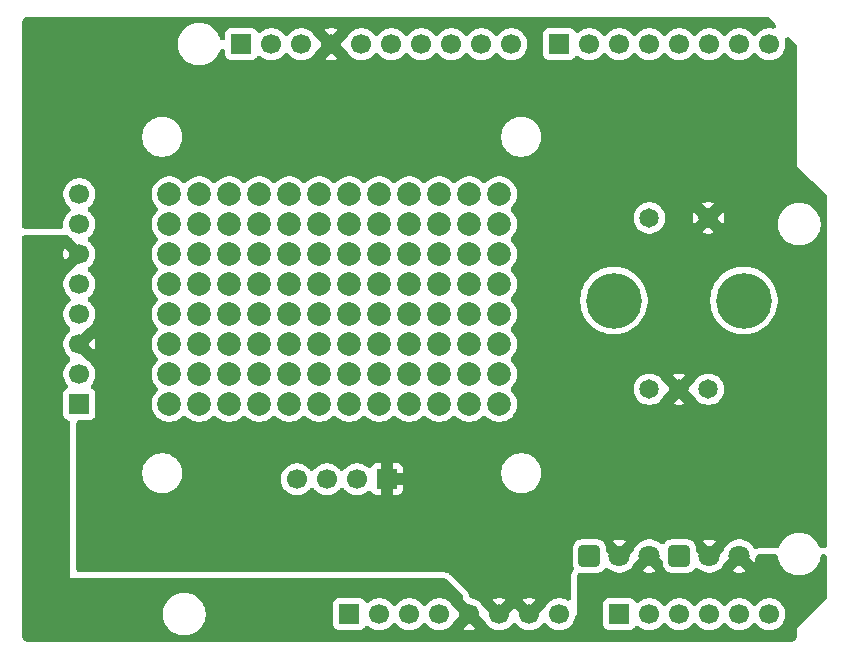
<source format=gbr>
%TF.GenerationSoftware,KiCad,Pcbnew,9.0.6*%
%TF.CreationDate,2025-10-31T21:19:26+09:00*%
%TF.ProjectId,LogAttSheild,4c6f6741-7474-4536-9865-696c642e6b69,rev?*%
%TF.SameCoordinates,Original*%
%TF.FileFunction,Copper,L2,Bot*%
%TF.FilePolarity,Positive*%
%FSLAX46Y46*%
G04 Gerber Fmt 4.6, Leading zero omitted, Abs format (unit mm)*
G04 Created by KiCad (PCBNEW 9.0.6) date 2025-10-31 21:19:26*
%MOMM*%
%LPD*%
G01*
G04 APERTURE LIST*
G04 Aperture macros list*
%AMRoundRect*
0 Rectangle with rounded corners*
0 $1 Rounding radius*
0 $2 $3 $4 $5 $6 $7 $8 $9 X,Y pos of 4 corners*
0 Add a 4 corners polygon primitive as box body*
4,1,4,$2,$3,$4,$5,$6,$7,$8,$9,$2,$3,0*
0 Add four circle primitives for the rounded corners*
1,1,$1+$1,$2,$3*
1,1,$1+$1,$4,$5*
1,1,$1+$1,$6,$7*
1,1,$1+$1,$8,$9*
0 Add four rect primitives between the rounded corners*
20,1,$1+$1,$2,$3,$4,$5,0*
20,1,$1+$1,$4,$5,$6,$7,0*
20,1,$1+$1,$6,$7,$8,$9,0*
20,1,$1+$1,$8,$9,$2,$3,0*%
G04 Aperture macros list end*
%TA.AperFunction,ComponentPad*%
%ADD10C,1.700000*%
%TD*%
%TA.AperFunction,ComponentPad*%
%ADD11R,1.700000X1.700000*%
%TD*%
%TA.AperFunction,ComponentPad*%
%ADD12C,2.000000*%
%TD*%
%TA.AperFunction,ComponentPad*%
%ADD13RoundRect,0.248400X-0.651600X-0.651600X0.651600X-0.651600X0.651600X0.651600X-0.651600X0.651600X0*%
%TD*%
%TA.AperFunction,ComponentPad*%
%ADD14C,1.800000*%
%TD*%
%TA.AperFunction,ComponentPad*%
%ADD15C,1.650000*%
%TD*%
%TA.AperFunction,ComponentPad*%
%ADD16C,4.708000*%
%TD*%
%TA.AperFunction,ViaPad*%
%ADD17C,0.800000*%
%TD*%
%TA.AperFunction,Conductor*%
%ADD18C,0.250000*%
%TD*%
G04 APERTURE END LIST*
D10*
%TO.P,J5,8,Pin_8*%
%TO.N,unconnected-(J5-Pin_8-Pad8)*%
X105080000Y-61899999D03*
%TO.P,J5,7,Pin_7*%
%TO.N,/VCOIL*%
X105080000Y-64440000D03*
%TO.P,J5,6,Pin_6*%
%TO.N,+5V*%
X105080000Y-66980000D03*
%TO.P,J5,5,Pin_5*%
%TO.N,/COPI*%
X105080000Y-69520000D03*
%TO.P,J5,4,Pin_4*%
%TO.N,/13*%
X105080000Y-72060000D03*
%TO.P,J5,3,Pin_3*%
%TO.N,GND*%
X105080000Y-74600001D03*
%TO.P,J5,2,Pin_2*%
%TO.N,/SS*%
X105080000Y-77140000D03*
D11*
%TO.P,J5,1,Pin_1*%
%TO.N,/12*%
X105080000Y-79680000D03*
%TD*%
D12*
%TO.P,REF\u002A\u002A,16*%
%TO.N,N/C*%
X140640000Y-79680000D03*
%TO.P,REF\u002A\u002A,15*%
X138100000Y-79680000D03*
%TO.P,REF\u002A\u002A,14*%
X135560000Y-79680000D03*
%TO.P,REF\u002A\u002A,13*%
X133020000Y-79680000D03*
%TO.P,REF\u002A\u002A,12*%
X140640000Y-77140000D03*
%TO.P,REF\u002A\u002A,11*%
X138100000Y-77140000D03*
%TO.P,REF\u002A\u002A,10*%
X135560000Y-77140000D03*
%TO.P,REF\u002A\u002A,9*%
X133020000Y-77140000D03*
%TO.P,REF\u002A\u002A,8*%
X140640000Y-74600000D03*
%TO.P,REF\u002A\u002A,7*%
X138100000Y-74600000D03*
%TO.P,REF\u002A\u002A,6*%
X135560000Y-74600000D03*
%TO.P,REF\u002A\u002A,5*%
X133020000Y-74600000D03*
%TO.P,REF\u002A\u002A,4*%
X140640000Y-72060000D03*
%TO.P,REF\u002A\u002A,3*%
X138100000Y-72060000D03*
%TO.P,REF\u002A\u002A,2*%
X135560000Y-72060000D03*
%TO.P,REF\u002A\u002A,1*%
X133020000Y-72060000D03*
%TD*%
%TO.P,REF\u002A\u002A,16*%
%TO.N,N/C*%
X140640000Y-69520000D03*
%TO.P,REF\u002A\u002A,15*%
X138100000Y-69520000D03*
%TO.P,REF\u002A\u002A,14*%
X135560000Y-69520000D03*
%TO.P,REF\u002A\u002A,13*%
X133020000Y-69520000D03*
%TO.P,REF\u002A\u002A,12*%
X140640000Y-66980000D03*
%TO.P,REF\u002A\u002A,11*%
X138100000Y-66980000D03*
%TO.P,REF\u002A\u002A,10*%
X135560000Y-66980000D03*
%TO.P,REF\u002A\u002A,9*%
X133020000Y-66980000D03*
%TO.P,REF\u002A\u002A,8*%
X140640000Y-64440000D03*
%TO.P,REF\u002A\u002A,7*%
X138100000Y-64440000D03*
%TO.P,REF\u002A\u002A,6*%
X135560000Y-64440000D03*
%TO.P,REF\u002A\u002A,5*%
X133020000Y-64440000D03*
%TO.P,REF\u002A\u002A,4*%
X140640000Y-61900000D03*
%TO.P,REF\u002A\u002A,3*%
X138100000Y-61900000D03*
%TO.P,REF\u002A\u002A,2*%
X135560000Y-61900000D03*
%TO.P,REF\u002A\u002A,1*%
X133020000Y-61900000D03*
%TD*%
%TO.P,REF\u002A\u002A,16*%
%TO.N,N/C*%
X130480000Y-79680000D03*
%TO.P,REF\u002A\u002A,15*%
X127940000Y-79680000D03*
%TO.P,REF\u002A\u002A,14*%
X125400000Y-79680000D03*
%TO.P,REF\u002A\u002A,13*%
X122860000Y-79680000D03*
%TO.P,REF\u002A\u002A,12*%
X130480000Y-77140000D03*
%TO.P,REF\u002A\u002A,11*%
X127940000Y-77140000D03*
%TO.P,REF\u002A\u002A,10*%
X125400000Y-77140000D03*
%TO.P,REF\u002A\u002A,9*%
X122860000Y-77140000D03*
%TO.P,REF\u002A\u002A,8*%
X130480000Y-74600000D03*
%TO.P,REF\u002A\u002A,7*%
X127940000Y-74600000D03*
%TO.P,REF\u002A\u002A,6*%
X125400000Y-74600000D03*
%TO.P,REF\u002A\u002A,5*%
X122860000Y-74600000D03*
%TO.P,REF\u002A\u002A,4*%
X130480000Y-72060000D03*
%TO.P,REF\u002A\u002A,3*%
X127940000Y-72060000D03*
%TO.P,REF\u002A\u002A,2*%
X125400000Y-72060000D03*
%TO.P,REF\u002A\u002A,1*%
X122860000Y-72060000D03*
%TD*%
%TO.P,REF\u002A\u002A,16*%
%TO.N,N/C*%
X130480000Y-69520000D03*
%TO.P,REF\u002A\u002A,15*%
X127940000Y-69520000D03*
%TO.P,REF\u002A\u002A,14*%
X125400000Y-69520000D03*
%TO.P,REF\u002A\u002A,13*%
X122860000Y-69520000D03*
%TO.P,REF\u002A\u002A,12*%
X130480000Y-66980000D03*
%TO.P,REF\u002A\u002A,11*%
X127940000Y-66980000D03*
%TO.P,REF\u002A\u002A,10*%
X125400000Y-66980000D03*
%TO.P,REF\u002A\u002A,9*%
X122860000Y-66980000D03*
%TO.P,REF\u002A\u002A,8*%
X130480000Y-64440000D03*
%TO.P,REF\u002A\u002A,7*%
X127940000Y-64440000D03*
%TO.P,REF\u002A\u002A,6*%
X125400000Y-64440000D03*
%TO.P,REF\u002A\u002A,5*%
X122860000Y-64440000D03*
%TO.P,REF\u002A\u002A,4*%
X130480000Y-61900000D03*
%TO.P,REF\u002A\u002A,3*%
X127940000Y-61900000D03*
%TO.P,REF\u002A\u002A,2*%
X125400000Y-61900000D03*
%TO.P,REF\u002A\u002A,1*%
X122860000Y-61900000D03*
%TD*%
%TO.P,REF\u002A\u002A,16*%
%TO.N,N/C*%
X120320000Y-79680000D03*
%TO.P,REF\u002A\u002A,15*%
X117780000Y-79680000D03*
%TO.P,REF\u002A\u002A,14*%
X115240000Y-79680000D03*
%TO.P,REF\u002A\u002A,13*%
X112700000Y-79680000D03*
%TO.P,REF\u002A\u002A,12*%
X120320000Y-77140000D03*
%TO.P,REF\u002A\u002A,11*%
X117780000Y-77140000D03*
%TO.P,REF\u002A\u002A,10*%
X115240000Y-77140000D03*
%TO.P,REF\u002A\u002A,9*%
X112700000Y-77140000D03*
%TO.P,REF\u002A\u002A,8*%
X120320000Y-74600000D03*
%TO.P,REF\u002A\u002A,7*%
X117780000Y-74600000D03*
%TO.P,REF\u002A\u002A,6*%
X115240000Y-74600000D03*
%TO.P,REF\u002A\u002A,5*%
X112700000Y-74600000D03*
%TO.P,REF\u002A\u002A,4*%
X120320000Y-72060000D03*
%TO.P,REF\u002A\u002A,3*%
X117780000Y-72060000D03*
%TO.P,REF\u002A\u002A,2*%
X115240000Y-72060000D03*
%TO.P,REF\u002A\u002A,1*%
X112700000Y-72060000D03*
%TD*%
%TO.P,REF\u002A\u002A,16*%
%TO.N,N/C*%
X120320000Y-69520000D03*
%TO.P,REF\u002A\u002A,15*%
X117780000Y-69520000D03*
%TO.P,REF\u002A\u002A,14*%
X115240000Y-69520000D03*
%TO.P,REF\u002A\u002A,13*%
X112700000Y-69520000D03*
%TO.P,REF\u002A\u002A,12*%
X120320000Y-66980000D03*
%TO.P,REF\u002A\u002A,11*%
X117780000Y-66980000D03*
%TO.P,REF\u002A\u002A,10*%
X115240000Y-66980000D03*
%TO.P,REF\u002A\u002A,9*%
X112700000Y-66980000D03*
%TO.P,REF\u002A\u002A,8*%
X120320000Y-64440000D03*
%TO.P,REF\u002A\u002A,7*%
X117780000Y-64440000D03*
%TO.P,REF\u002A\u002A,6*%
X115240000Y-64440000D03*
%TO.P,REF\u002A\u002A,5*%
X112700000Y-64440000D03*
%TO.P,REF\u002A\u002A,4*%
X120320000Y-61900000D03*
%TO.P,REF\u002A\u002A,3*%
X117780000Y-61900000D03*
%TO.P,REF\u002A\u002A,2*%
X115240000Y-61900000D03*
%TO.P,REF\u002A\u002A,1*%
X112700000Y-61900000D03*
%TD*%
D10*
%TO.P,U3,4,Pin_4*%
%TO.N,/A4*%
X123505000Y-86030000D03*
%TO.P,U3,3,Pin_3*%
%TO.N,/A5*%
X126045000Y-86030000D03*
%TO.P,U3,2,Pin_2*%
%TO.N,+3.3V*%
X128585000Y-86030000D03*
D11*
%TO.P,U3,1,Pin_1*%
%TO.N,GND*%
X131125000Y-86030000D03*
%TD*%
%TO.P,J3,1,Pin_1*%
%TO.N,/A0*%
X150800000Y-97460000D03*
D10*
%TO.P,J3,2,Pin_2*%
%TO.N,/A1*%
X153340000Y-97460000D03*
%TO.P,J3,3,Pin_3*%
%TO.N,/A2*%
X155880000Y-97460000D03*
%TO.P,J3,4,Pin_4*%
%TO.N,/A3*%
X158420000Y-97460000D03*
%TO.P,J3,5,Pin_5*%
%TO.N,/A4*%
X160960000Y-97460000D03*
%TO.P,J3,6,Pin_6*%
%TO.N,/A5*%
X163500000Y-97460000D03*
%TD*%
D13*
%TO.P,U2,1,OUT*%
%TO.N,Net-(U2-OUT)*%
X148260000Y-92537500D03*
D14*
%TO.P,U2,2,GND*%
%TO.N,GND*%
X150800000Y-92537500D03*
%TO.P,U2,3,Vs*%
%TO.N,+5V*%
X153340000Y-92537500D03*
%TD*%
D13*
%TO.P,U1,1,OUT*%
%TO.N,/0*%
X155880000Y-92537500D03*
D14*
%TO.P,U1,2,GND*%
%TO.N,GND*%
X158420000Y-92537500D03*
%TO.P,U1,3,Vs*%
%TO.N,+5V*%
X160960000Y-92537500D03*
%TD*%
D11*
%TO.P,J1,1,Pin_1*%
%TO.N,unconnected-(J1-Pin_1-Pad1)*%
X127940000Y-97460000D03*
D10*
%TO.P,J1,2,Pin_2*%
%TO.N,/IOREF*%
X130480000Y-97460000D03*
%TO.P,J1,3,Pin_3*%
%TO.N,/~{RESET}*%
X133020000Y-97460000D03*
%TO.P,J1,4,Pin_4*%
%TO.N,+3.3V*%
X135560000Y-97460000D03*
%TO.P,J1,5,Pin_5*%
%TO.N,+5V*%
X138100000Y-97460000D03*
%TO.P,J1,6,Pin_6*%
%TO.N,GND*%
X140640000Y-97460000D03*
%TO.P,J1,7,Pin_7*%
X143180000Y-97460000D03*
%TO.P,J1,8,Pin_8*%
%TO.N,/Vin*%
X145720000Y-97460000D03*
%TD*%
D11*
%TO.P,J2,1,Pin_1*%
%TO.N,/SCL*%
X118796000Y-49200000D03*
D10*
%TO.P,J2,2,Pin_2*%
%TO.N,/SDA*%
X121336000Y-49200000D03*
%TO.P,J2,3,Pin_3*%
%TO.N,/AREF*%
X123876000Y-49200000D03*
%TO.P,J2,4,Pin_4*%
%TO.N,GND*%
X126416000Y-49200000D03*
%TO.P,J2,5,Pin_5*%
%TO.N,/13*%
X128956000Y-49200000D03*
%TO.P,J2,6,Pin_6*%
%TO.N,/12*%
X131496000Y-49200000D03*
%TO.P,J2,7,Pin_7*%
%TO.N,/COPI*%
X134036000Y-49200000D03*
%TO.P,J2,8,Pin_8*%
%TO.N,/SS*%
X136576000Y-49200000D03*
%TO.P,J2,9,Pin_9*%
%TO.N,/~9*%
X139116000Y-49200000D03*
%TO.P,J2,10,Pin_10*%
%TO.N,/8*%
X141656000Y-49200000D03*
%TD*%
D11*
%TO.P,J4,1,Pin_1*%
%TO.N,/7*%
X145720000Y-49200000D03*
D10*
%TO.P,J4,2,Pin_2*%
%TO.N,/\u002A6*%
X148260000Y-49200000D03*
%TO.P,J4,3,Pin_3*%
%TO.N,/\u002A5*%
X150800000Y-49200000D03*
%TO.P,J4,4,Pin_4*%
%TO.N,/4*%
X153340000Y-49200000D03*
%TO.P,J4,5,Pin_5*%
%TO.N,/\u002A3*%
X155880000Y-49200000D03*
%TO.P,J4,6,Pin_6*%
%TO.N,/2*%
X158420000Y-49200000D03*
%TO.P,J4,7,Pin_7*%
%TO.N,/1*%
X160960000Y-49200000D03*
%TO.P,J4,8,Pin_8*%
%TO.N,/0*%
X163500000Y-49200000D03*
%TD*%
D15*
%TO.P,SW1,A1,A*%
%TO.N,/\u002A3*%
X153340000Y-78410000D03*
%TO.P,SW1,B1,B*%
%TO.N,/2*%
X158340000Y-78410000D03*
%TO.P,SW1,C1,C*%
%TO.N,GND*%
X155840000Y-78410000D03*
%TO.P,SW1,D1,S1*%
%TO.N,/7*%
X153340000Y-63910000D03*
%TO.P,SW1,D2,S2*%
%TO.N,GND*%
X158340000Y-63910000D03*
D16*
%TO.P,SW1,MH1*%
%TO.N,N/C*%
X150340000Y-70910000D03*
%TO.P,SW1,MH2*%
X161340000Y-70910000D03*
%TD*%
D17*
%TO.N,GND*%
X108128000Y-84252000D03*
X116764000Y-86792000D03*
%TD*%
D18*
%TO.N,GND*%
X131125000Y-86810000D02*
X131125000Y-87945000D01*
%TD*%
%TA.AperFunction,Conductor*%
%TO.N,GND*%
G36*
X163409098Y-46879454D02*
G01*
X163489880Y-46933430D01*
X164014552Y-47458102D01*
X164068528Y-47538884D01*
X164087482Y-47634172D01*
X164068528Y-47729460D01*
X164014552Y-47810242D01*
X163933770Y-47864218D01*
X163838482Y-47883172D01*
X163799530Y-47880106D01*
X163606298Y-47849501D01*
X163606289Y-47849500D01*
X163606287Y-47849500D01*
X163393713Y-47849500D01*
X163393703Y-47849500D01*
X163183759Y-47882753D01*
X162981592Y-47948441D01*
X162981588Y-47948442D01*
X162981588Y-47948443D01*
X162895213Y-47992453D01*
X162792182Y-48044950D01*
X162620206Y-48169897D01*
X162469896Y-48320207D01*
X162431445Y-48373131D01*
X162360101Y-48439080D01*
X162268951Y-48472707D01*
X162171871Y-48468892D01*
X162083641Y-48428217D01*
X162028555Y-48373131D01*
X161990103Y-48320207D01*
X161839793Y-48169897D01*
X161773768Y-48121927D01*
X161667816Y-48044949D01*
X161478412Y-47948443D01*
X161478409Y-47948442D01*
X161478407Y-47948441D01*
X161276240Y-47882753D01*
X161066296Y-47849500D01*
X161066287Y-47849500D01*
X160853713Y-47849500D01*
X160853703Y-47849500D01*
X160643759Y-47882753D01*
X160441592Y-47948441D01*
X160441588Y-47948442D01*
X160441588Y-47948443D01*
X160355213Y-47992453D01*
X160252182Y-48044950D01*
X160080206Y-48169897D01*
X159929896Y-48320207D01*
X159891445Y-48373131D01*
X159820101Y-48439080D01*
X159728951Y-48472707D01*
X159631871Y-48468892D01*
X159543641Y-48428217D01*
X159488555Y-48373131D01*
X159450103Y-48320207D01*
X159299793Y-48169897D01*
X159233768Y-48121927D01*
X159127816Y-48044949D01*
X158938412Y-47948443D01*
X158938409Y-47948442D01*
X158938407Y-47948441D01*
X158736240Y-47882753D01*
X158526296Y-47849500D01*
X158526287Y-47849500D01*
X158313713Y-47849500D01*
X158313703Y-47849500D01*
X158103759Y-47882753D01*
X157901592Y-47948441D01*
X157901588Y-47948442D01*
X157901588Y-47948443D01*
X157815213Y-47992453D01*
X157712182Y-48044950D01*
X157540206Y-48169897D01*
X157389896Y-48320207D01*
X157351445Y-48373131D01*
X157280101Y-48439080D01*
X157188951Y-48472707D01*
X157091871Y-48468892D01*
X157003641Y-48428217D01*
X156948555Y-48373131D01*
X156910103Y-48320207D01*
X156759793Y-48169897D01*
X156693768Y-48121927D01*
X156587816Y-48044949D01*
X156398412Y-47948443D01*
X156398409Y-47948442D01*
X156398407Y-47948441D01*
X156196240Y-47882753D01*
X155986296Y-47849500D01*
X155986287Y-47849500D01*
X155773713Y-47849500D01*
X155773703Y-47849500D01*
X155563759Y-47882753D01*
X155361592Y-47948441D01*
X155361588Y-47948442D01*
X155361588Y-47948443D01*
X155275213Y-47992453D01*
X155172182Y-48044950D01*
X155000206Y-48169897D01*
X154849896Y-48320207D01*
X154811445Y-48373131D01*
X154740101Y-48439080D01*
X154648951Y-48472707D01*
X154551871Y-48468892D01*
X154463641Y-48428217D01*
X154408555Y-48373131D01*
X154370103Y-48320207D01*
X154219793Y-48169897D01*
X154153768Y-48121927D01*
X154047816Y-48044949D01*
X153858412Y-47948443D01*
X153858409Y-47948442D01*
X153858407Y-47948441D01*
X153656240Y-47882753D01*
X153446296Y-47849500D01*
X153446287Y-47849500D01*
X153233713Y-47849500D01*
X153233703Y-47849500D01*
X153023759Y-47882753D01*
X152821592Y-47948441D01*
X152821588Y-47948442D01*
X152821588Y-47948443D01*
X152735213Y-47992453D01*
X152632182Y-48044950D01*
X152460206Y-48169897D01*
X152309896Y-48320207D01*
X152271445Y-48373131D01*
X152200101Y-48439080D01*
X152108951Y-48472707D01*
X152011871Y-48468892D01*
X151923641Y-48428217D01*
X151868555Y-48373131D01*
X151830103Y-48320207D01*
X151679793Y-48169897D01*
X151613768Y-48121927D01*
X151507816Y-48044949D01*
X151318412Y-47948443D01*
X151318409Y-47948442D01*
X151318407Y-47948441D01*
X151116240Y-47882753D01*
X150906296Y-47849500D01*
X150906287Y-47849500D01*
X150693713Y-47849500D01*
X150693703Y-47849500D01*
X150483759Y-47882753D01*
X150281592Y-47948441D01*
X150281588Y-47948442D01*
X150281588Y-47948443D01*
X150195213Y-47992453D01*
X150092182Y-48044950D01*
X149920206Y-48169897D01*
X149769896Y-48320207D01*
X149731445Y-48373131D01*
X149660101Y-48439080D01*
X149568951Y-48472707D01*
X149471871Y-48468892D01*
X149383641Y-48428217D01*
X149328555Y-48373131D01*
X149290103Y-48320207D01*
X149139793Y-48169897D01*
X149073768Y-48121927D01*
X148967816Y-48044949D01*
X148778412Y-47948443D01*
X148778409Y-47948442D01*
X148778407Y-47948441D01*
X148576240Y-47882753D01*
X148366296Y-47849500D01*
X148366287Y-47849500D01*
X148153713Y-47849500D01*
X148153703Y-47849500D01*
X147943759Y-47882753D01*
X147741592Y-47948441D01*
X147741588Y-47948442D01*
X147741588Y-47948443D01*
X147655213Y-47992453D01*
X147552182Y-48044950D01*
X147465857Y-48107669D01*
X147380208Y-48169896D01*
X147380206Y-48169897D01*
X147372293Y-48175647D01*
X147370630Y-48173359D01*
X147301814Y-48211834D01*
X147205324Y-48223184D01*
X147111835Y-48196746D01*
X147035581Y-48136543D01*
X147025160Y-48121409D01*
X147024469Y-48121927D01*
X147013796Y-48107670D01*
X147013796Y-48107669D01*
X146927546Y-47992454D01*
X146812331Y-47906204D01*
X146699761Y-47864218D01*
X146677481Y-47855908D01*
X146617873Y-47849500D01*
X144822134Y-47849500D01*
X144822130Y-47849500D01*
X144822128Y-47849501D01*
X144809314Y-47850878D01*
X144762519Y-47855908D01*
X144762515Y-47855909D01*
X144627670Y-47906203D01*
X144512455Y-47992453D01*
X144512453Y-47992455D01*
X144426204Y-48107669D01*
X144375908Y-48242518D01*
X144369500Y-48302123D01*
X144369500Y-50097865D01*
X144369501Y-50097869D01*
X144375908Y-50157480D01*
X144375909Y-50157484D01*
X144400850Y-50224353D01*
X144426204Y-50292331D01*
X144512454Y-50407546D01*
X144627669Y-50493796D01*
X144762517Y-50544091D01*
X144822127Y-50550500D01*
X146617872Y-50550499D01*
X146677483Y-50544091D01*
X146812331Y-50493796D01*
X146927546Y-50407546D01*
X147013796Y-50292331D01*
X147013796Y-50292329D01*
X147024469Y-50278073D01*
X147027616Y-50280429D01*
X147068789Y-50231159D01*
X147154875Y-50186123D01*
X147251643Y-50177458D01*
X147344360Y-50206485D01*
X147371626Y-50225270D01*
X147372293Y-50224353D01*
X147380206Y-50230102D01*
X147380208Y-50230104D01*
X147552184Y-50355051D01*
X147741588Y-50451557D01*
X147943757Y-50517246D01*
X148017601Y-50528941D01*
X148153703Y-50550499D01*
X148153710Y-50550499D01*
X148153713Y-50550500D01*
X148153716Y-50550500D01*
X148366284Y-50550500D01*
X148366287Y-50550500D01*
X148366290Y-50550499D01*
X148366296Y-50550499D01*
X148465476Y-50534789D01*
X148576243Y-50517246D01*
X148778412Y-50451557D01*
X148967816Y-50355051D01*
X149139792Y-50230104D01*
X149290104Y-50079792D01*
X149328555Y-50026867D01*
X149399897Y-49960920D01*
X149491047Y-49927293D01*
X149588127Y-49931107D01*
X149676358Y-49971781D01*
X149731444Y-50026867D01*
X149769896Y-50079792D01*
X149920208Y-50230104D01*
X150092184Y-50355051D01*
X150281588Y-50451557D01*
X150483757Y-50517246D01*
X150557601Y-50528941D01*
X150693703Y-50550499D01*
X150693710Y-50550499D01*
X150693713Y-50550500D01*
X150693716Y-50550500D01*
X150906284Y-50550500D01*
X150906287Y-50550500D01*
X150906290Y-50550499D01*
X150906296Y-50550499D01*
X151005476Y-50534789D01*
X151116243Y-50517246D01*
X151318412Y-50451557D01*
X151507816Y-50355051D01*
X151679792Y-50230104D01*
X151830104Y-50079792D01*
X151868555Y-50026867D01*
X151939897Y-49960920D01*
X152031047Y-49927293D01*
X152128127Y-49931107D01*
X152216358Y-49971781D01*
X152271444Y-50026867D01*
X152309896Y-50079792D01*
X152460208Y-50230104D01*
X152632184Y-50355051D01*
X152821588Y-50451557D01*
X153023757Y-50517246D01*
X153097601Y-50528941D01*
X153233703Y-50550499D01*
X153233710Y-50550499D01*
X153233713Y-50550500D01*
X153233716Y-50550500D01*
X153446284Y-50550500D01*
X153446287Y-50550500D01*
X153446290Y-50550499D01*
X153446296Y-50550499D01*
X153545476Y-50534789D01*
X153656243Y-50517246D01*
X153858412Y-50451557D01*
X154047816Y-50355051D01*
X154219792Y-50230104D01*
X154370104Y-50079792D01*
X154408555Y-50026867D01*
X154479897Y-49960920D01*
X154571047Y-49927293D01*
X154668127Y-49931107D01*
X154756358Y-49971781D01*
X154811444Y-50026867D01*
X154849896Y-50079792D01*
X155000208Y-50230104D01*
X155172184Y-50355051D01*
X155361588Y-50451557D01*
X155563757Y-50517246D01*
X155637601Y-50528941D01*
X155773703Y-50550499D01*
X155773710Y-50550499D01*
X155773713Y-50550500D01*
X155773716Y-50550500D01*
X155986284Y-50550500D01*
X155986287Y-50550500D01*
X155986290Y-50550499D01*
X155986296Y-50550499D01*
X156085476Y-50534789D01*
X156196243Y-50517246D01*
X156398412Y-50451557D01*
X156587816Y-50355051D01*
X156759792Y-50230104D01*
X156910104Y-50079792D01*
X156948555Y-50026867D01*
X157019897Y-49960920D01*
X157111047Y-49927293D01*
X157208127Y-49931107D01*
X157296358Y-49971781D01*
X157351444Y-50026867D01*
X157389896Y-50079792D01*
X157540208Y-50230104D01*
X157712184Y-50355051D01*
X157901588Y-50451557D01*
X158103757Y-50517246D01*
X158177601Y-50528941D01*
X158313703Y-50550499D01*
X158313710Y-50550499D01*
X158313713Y-50550500D01*
X158313716Y-50550500D01*
X158526284Y-50550500D01*
X158526287Y-50550500D01*
X158526290Y-50550499D01*
X158526296Y-50550499D01*
X158625476Y-50534789D01*
X158736243Y-50517246D01*
X158938412Y-50451557D01*
X159127816Y-50355051D01*
X159299792Y-50230104D01*
X159450104Y-50079792D01*
X159488555Y-50026867D01*
X159559897Y-49960920D01*
X159651047Y-49927293D01*
X159748127Y-49931107D01*
X159836358Y-49971781D01*
X159891444Y-50026867D01*
X159929896Y-50079792D01*
X160080208Y-50230104D01*
X160252184Y-50355051D01*
X160441588Y-50451557D01*
X160643757Y-50517246D01*
X160717601Y-50528941D01*
X160853703Y-50550499D01*
X160853710Y-50550499D01*
X160853713Y-50550500D01*
X160853716Y-50550500D01*
X161066284Y-50550500D01*
X161066287Y-50550500D01*
X161066290Y-50550499D01*
X161066296Y-50550499D01*
X161165476Y-50534789D01*
X161276243Y-50517246D01*
X161478412Y-50451557D01*
X161667816Y-50355051D01*
X161839792Y-50230104D01*
X161990104Y-50079792D01*
X162028555Y-50026867D01*
X162099897Y-49960920D01*
X162191047Y-49927293D01*
X162288127Y-49931107D01*
X162376358Y-49971781D01*
X162431444Y-50026867D01*
X162469896Y-50079792D01*
X162620208Y-50230104D01*
X162792184Y-50355051D01*
X162981588Y-50451557D01*
X163183757Y-50517246D01*
X163257601Y-50528941D01*
X163393703Y-50550499D01*
X163393710Y-50550499D01*
X163393713Y-50550500D01*
X163393716Y-50550500D01*
X163606284Y-50550500D01*
X163606287Y-50550500D01*
X163606290Y-50550499D01*
X163606296Y-50550499D01*
X163705476Y-50534789D01*
X163816243Y-50517246D01*
X164018412Y-50451557D01*
X164207816Y-50355051D01*
X164379792Y-50230104D01*
X164530104Y-50079792D01*
X164655051Y-49907816D01*
X164751557Y-49718412D01*
X164817246Y-49516243D01*
X164848643Y-49318011D01*
X164850499Y-49306296D01*
X164850500Y-49306284D01*
X164850500Y-49093715D01*
X164850499Y-49093703D01*
X164819893Y-48900469D01*
X164823707Y-48803389D01*
X164864381Y-48715158D01*
X164935724Y-48649209D01*
X165026874Y-48615582D01*
X165123954Y-48619396D01*
X165212185Y-48660070D01*
X165241897Y-48685446D01*
X165766570Y-49210119D01*
X165820546Y-49290901D01*
X165839500Y-49386189D01*
X165839500Y-59320118D01*
X165839500Y-59399882D01*
X165870024Y-59473574D01*
X167141399Y-60744948D01*
X168306570Y-61910119D01*
X168360546Y-61990901D01*
X168379500Y-62086189D01*
X168379500Y-91625500D01*
X168371325Y-91666596D01*
X168365407Y-91708083D01*
X168361891Y-91714022D01*
X168360546Y-91720788D01*
X168337263Y-91755633D01*
X168315922Y-91791691D01*
X168310405Y-91795830D01*
X168306570Y-91801570D01*
X168271720Y-91824855D01*
X168238209Y-91849999D01*
X168231963Y-91851419D01*
X168225788Y-91855546D01*
X168144098Y-91874128D01*
X168132926Y-91874738D01*
X168130500Y-91874500D01*
X168074404Y-91874500D01*
X168008427Y-91878824D01*
X167973024Y-91883484D01*
X167963527Y-91884004D01*
X167924653Y-91878458D01*
X167885479Y-91875890D01*
X167876862Y-91871640D01*
X167867346Y-91870283D01*
X167833552Y-91850281D01*
X167798344Y-91832918D01*
X167792007Y-91825692D01*
X167783738Y-91820798D01*
X167760176Y-91789395D01*
X167734286Y-91759872D01*
X167727116Y-91745332D01*
X167725430Y-91743085D01*
X167724803Y-91740643D01*
X167719883Y-91730664D01*
X167658286Y-91581956D01*
X167658281Y-91581945D01*
X167570334Y-91429617D01*
X167540273Y-91377550D01*
X167396592Y-91190301D01*
X167229699Y-91023408D01*
X167042450Y-90879727D01*
X167042440Y-90879721D01*
X166838054Y-90761718D01*
X166838043Y-90761713D01*
X166717222Y-90711667D01*
X166619993Y-90671394D01*
X166392014Y-90610307D01*
X166392007Y-90610306D01*
X166158011Y-90579500D01*
X165921989Y-90579500D01*
X165687992Y-90610306D01*
X165687990Y-90610306D01*
X165687986Y-90610307D01*
X165515640Y-90656487D01*
X165460010Y-90671393D01*
X165460007Y-90671394D01*
X165241956Y-90761713D01*
X165241945Y-90761718D01*
X165037559Y-90879721D01*
X165037549Y-90879727D01*
X164850301Y-91023408D01*
X164850297Y-91023411D01*
X164683411Y-91190297D01*
X164683408Y-91190301D01*
X164539727Y-91377549D01*
X164539721Y-91377559D01*
X164421718Y-91581945D01*
X164421715Y-91581951D01*
X164359647Y-91731797D01*
X164305670Y-91812578D01*
X164224888Y-91866554D01*
X164129600Y-91885508D01*
X164105197Y-91884309D01*
X164005601Y-91874500D01*
X164005596Y-91874500D01*
X162609000Y-91874500D01*
X162608999Y-91874500D01*
X162510387Y-91884212D01*
X162510382Y-91884213D01*
X162415094Y-91903167D01*
X162415087Y-91903168D01*
X162411823Y-91903818D01*
X162411658Y-91902988D01*
X162319323Y-91905451D01*
X162228604Y-91870678D01*
X162159926Y-91806385D01*
X162157817Y-91803482D01*
X162157815Y-91803478D01*
X162028242Y-91625135D01*
X161872365Y-91469258D01*
X161694022Y-91339685D01*
X161694019Y-91339683D01*
X161694013Y-91339679D01*
X161497616Y-91239609D01*
X161497609Y-91239606D01*
X161497606Y-91239605D01*
X161287951Y-91171485D01*
X161287945Y-91171484D01*
X161287938Y-91171482D01*
X161070232Y-91137001D01*
X161070225Y-91137000D01*
X161070222Y-91137000D01*
X160849778Y-91137000D01*
X160849775Y-91137000D01*
X160849767Y-91137001D01*
X160632061Y-91171482D01*
X160632054Y-91171484D01*
X160632052Y-91171484D01*
X160632049Y-91171485D01*
X160422394Y-91239605D01*
X160422392Y-91239605D01*
X160422392Y-91239606D01*
X160422383Y-91239609D01*
X160225986Y-91339679D01*
X160225979Y-91339684D01*
X160047633Y-91469259D01*
X159891759Y-91625133D01*
X159762184Y-91803479D01*
X159762182Y-91803482D01*
X159677301Y-91970069D01*
X159631511Y-92033093D01*
X158949623Y-92714982D01*
X158868841Y-92768959D01*
X158797826Y-92783084D01*
X158839333Y-92711194D01*
X158870000Y-92596744D01*
X158870000Y-92478256D01*
X158839333Y-92363806D01*
X158780090Y-92261194D01*
X158696306Y-92177410D01*
X158593694Y-92118167D01*
X158479244Y-92087500D01*
X158360756Y-92087500D01*
X158246306Y-92118167D01*
X158143694Y-92177410D01*
X158059910Y-92261194D01*
X158000667Y-92363806D01*
X157970000Y-92478256D01*
X157970000Y-92596744D01*
X158000667Y-92711194D01*
X158042173Y-92783084D01*
X157971158Y-92768959D01*
X157890377Y-92714983D01*
X157353429Y-92178035D01*
X157299453Y-92097253D01*
X157280499Y-92001965D01*
X157280499Y-91836010D01*
X157280499Y-91836000D01*
X157270021Y-91733428D01*
X157270020Y-91733425D01*
X157270020Y-91733423D01*
X157270019Y-91733421D01*
X157214955Y-91567250D01*
X157214954Y-91567249D01*
X157214954Y-91567247D01*
X157123048Y-91418244D01*
X156999256Y-91294452D01*
X156999253Y-91294449D01*
X156940043Y-91257928D01*
X157847534Y-91257928D01*
X158419999Y-91830392D01*
X158992463Y-91257928D01*
X158957410Y-91240068D01*
X158747831Y-91171972D01*
X158530191Y-91137500D01*
X158309808Y-91137500D01*
X158092168Y-91171972D01*
X157882584Y-91240070D01*
X157847535Y-91257927D01*
X157847534Y-91257928D01*
X156940043Y-91257928D01*
X156850252Y-91202545D01*
X156850249Y-91202543D01*
X156684080Y-91147481D01*
X156684075Y-91147480D01*
X156684072Y-91147479D01*
X156581501Y-91137000D01*
X156581498Y-91137000D01*
X155178501Y-91137000D01*
X155075923Y-91147479D01*
X155075921Y-91147480D01*
X154909748Y-91202544D01*
X154909747Y-91202545D01*
X154760746Y-91294449D01*
X154636953Y-91418242D01*
X154636945Y-91418252D01*
X154636084Y-91419649D01*
X154634463Y-91421391D01*
X154627960Y-91429617D01*
X154627299Y-91429095D01*
X154569924Y-91490796D01*
X154481573Y-91531209D01*
X154384482Y-91534735D01*
X154293432Y-91500837D01*
X154260506Y-91474802D01*
X154259811Y-91475617D01*
X154252368Y-91469261D01*
X154252365Y-91469258D01*
X154074022Y-91339685D01*
X154074019Y-91339683D01*
X154074013Y-91339679D01*
X153877616Y-91239609D01*
X153877609Y-91239606D01*
X153877606Y-91239605D01*
X153667951Y-91171485D01*
X153667945Y-91171484D01*
X153667938Y-91171482D01*
X153450232Y-91137001D01*
X153450225Y-91137000D01*
X153450222Y-91137000D01*
X153229778Y-91137000D01*
X153229775Y-91137000D01*
X153229767Y-91137001D01*
X153012061Y-91171482D01*
X153012054Y-91171484D01*
X153012052Y-91171484D01*
X153012049Y-91171485D01*
X152802394Y-91239605D01*
X152802392Y-91239605D01*
X152802392Y-91239606D01*
X152802383Y-91239609D01*
X152605986Y-91339679D01*
X152605979Y-91339684D01*
X152427633Y-91469259D01*
X152271759Y-91625133D01*
X152142184Y-91803479D01*
X152142182Y-91803482D01*
X152057301Y-91970069D01*
X152011511Y-92033093D01*
X151329623Y-92714982D01*
X151248841Y-92768959D01*
X151177826Y-92783084D01*
X151219333Y-92711194D01*
X151250000Y-92596744D01*
X151250000Y-92478256D01*
X151219333Y-92363806D01*
X151160090Y-92261194D01*
X151076306Y-92177410D01*
X150973694Y-92118167D01*
X150859244Y-92087500D01*
X150740756Y-92087500D01*
X150626306Y-92118167D01*
X150523694Y-92177410D01*
X150439910Y-92261194D01*
X150380667Y-92363806D01*
X150350000Y-92478256D01*
X150350000Y-92596744D01*
X150380667Y-92711194D01*
X150422173Y-92783084D01*
X150351158Y-92768959D01*
X150270377Y-92714983D01*
X149733429Y-92178035D01*
X149679453Y-92097253D01*
X149660499Y-92001965D01*
X149660499Y-91836010D01*
X149660499Y-91836000D01*
X149650021Y-91733428D01*
X149650020Y-91733425D01*
X149650020Y-91733423D01*
X149650019Y-91733421D01*
X149594955Y-91567250D01*
X149594954Y-91567249D01*
X149594954Y-91567247D01*
X149503048Y-91418244D01*
X149379256Y-91294452D01*
X149379253Y-91294449D01*
X149320043Y-91257928D01*
X150227534Y-91257928D01*
X150799999Y-91830392D01*
X151372463Y-91257928D01*
X151337410Y-91240068D01*
X151127831Y-91171972D01*
X150910191Y-91137500D01*
X150689808Y-91137500D01*
X150472168Y-91171972D01*
X150262584Y-91240070D01*
X150227535Y-91257927D01*
X150227534Y-91257928D01*
X149320043Y-91257928D01*
X149230252Y-91202545D01*
X149230249Y-91202543D01*
X149064080Y-91147481D01*
X149064075Y-91147480D01*
X149064072Y-91147479D01*
X148961501Y-91137000D01*
X148961498Y-91137000D01*
X147558501Y-91137000D01*
X147455923Y-91147479D01*
X147455921Y-91147480D01*
X147289748Y-91202544D01*
X147289747Y-91202545D01*
X147140746Y-91294449D01*
X147016949Y-91418246D01*
X146925045Y-91567247D01*
X146925043Y-91567250D01*
X146869981Y-91733419D01*
X146869979Y-91733429D01*
X146859500Y-91835996D01*
X146859500Y-93238998D01*
X146869979Y-93341576D01*
X146869980Y-93341578D01*
X146925406Y-93508843D01*
X146937387Y-93605257D01*
X146911560Y-93698916D01*
X146896082Y-93725500D01*
X146842654Y-93805461D01*
X146842641Y-93805482D01*
X146815033Y-93852013D01*
X146767167Y-93987696D01*
X146767166Y-93987700D01*
X146748212Y-94082989D01*
X146738500Y-94181603D01*
X146738500Y-96056919D01*
X146719546Y-96152207D01*
X146665570Y-96232989D01*
X146584788Y-96286965D01*
X146489500Y-96305919D01*
X146394212Y-96286965D01*
X146376457Y-96278780D01*
X146238412Y-96208443D01*
X146238407Y-96208441D01*
X146036240Y-96142753D01*
X145826296Y-96109500D01*
X145826287Y-96109500D01*
X145613713Y-96109500D01*
X145613703Y-96109500D01*
X145403759Y-96142753D01*
X145201592Y-96208441D01*
X145201588Y-96208442D01*
X145201588Y-96208443D01*
X145153414Y-96232989D01*
X145012182Y-96304950D01*
X144840206Y-96429897D01*
X144689897Y-96580206D01*
X144564948Y-96752184D01*
X144551715Y-96778157D01*
X144505925Y-96841180D01*
X143709621Y-97637483D01*
X143628840Y-97691459D01*
X143623051Y-97692610D01*
X143645925Y-97652993D01*
X143680000Y-97525826D01*
X143680000Y-97394174D01*
X143645925Y-97267007D01*
X143580099Y-97152993D01*
X143487007Y-97059901D01*
X143372993Y-96994075D01*
X143245826Y-96960000D01*
X143114174Y-96960000D01*
X142987007Y-96994075D01*
X142872993Y-97059901D01*
X142779901Y-97152993D01*
X142714075Y-97267007D01*
X142680000Y-97394174D01*
X142680000Y-97525826D01*
X142714075Y-97652993D01*
X142736948Y-97692610D01*
X142731157Y-97691459D01*
X142650377Y-97637483D01*
X141935805Y-96922912D01*
X141884192Y-96922912D01*
X141169621Y-97637483D01*
X141088840Y-97691459D01*
X141083051Y-97692610D01*
X141105925Y-97652993D01*
X141140000Y-97525826D01*
X141140000Y-97394174D01*
X141105925Y-97267007D01*
X141040099Y-97152993D01*
X140947007Y-97059901D01*
X140832993Y-96994075D01*
X140705826Y-96960000D01*
X140574174Y-96960000D01*
X140447007Y-96994075D01*
X140332993Y-97059901D01*
X140239901Y-97152993D01*
X140174075Y-97267007D01*
X140140000Y-97394174D01*
X140140000Y-97525826D01*
X140174075Y-97652993D01*
X140196948Y-97692610D01*
X140191157Y-97691459D01*
X140110377Y-97637483D01*
X139314075Y-96841182D01*
X139294452Y-96819079D01*
X139279365Y-96799904D01*
X139255051Y-96752184D01*
X139130104Y-96580208D01*
X138979792Y-96429896D01*
X138807816Y-96304949D01*
X138636388Y-96217602D01*
X140104710Y-96217602D01*
X140640000Y-96752892D01*
X141175288Y-96217603D01*
X141175286Y-96217602D01*
X142644710Y-96217602D01*
X143180000Y-96752892D01*
X143715288Y-96217603D01*
X143698214Y-96208904D01*
X143496123Y-96143241D01*
X143286256Y-96110000D01*
X143073743Y-96110000D01*
X142863874Y-96143241D01*
X142863873Y-96143241D01*
X142661793Y-96208900D01*
X142661779Y-96208906D01*
X142644710Y-96217602D01*
X141175286Y-96217602D01*
X141158214Y-96208904D01*
X140956123Y-96143241D01*
X140746256Y-96110000D01*
X140533743Y-96110000D01*
X140323874Y-96143241D01*
X140323873Y-96143241D01*
X140121793Y-96208900D01*
X140121779Y-96208906D01*
X140104710Y-96217602D01*
X138636388Y-96217602D01*
X138618412Y-96208443D01*
X138618409Y-96208442D01*
X138618407Y-96208441D01*
X138416241Y-96142753D01*
X138296599Y-96123803D01*
X138205449Y-96090175D01*
X138134107Y-96024226D01*
X138093432Y-95935995D01*
X138091338Y-95926447D01*
X138076762Y-95853169D01*
X138076761Y-95853167D01*
X138076760Y-95853161D01*
X138063378Y-95800732D01*
X138001283Y-95670941D01*
X138001282Y-95670939D01*
X137947314Y-95590168D01*
X137884437Y-95513553D01*
X136498373Y-94127489D01*
X136421758Y-94064612D01*
X136341002Y-94010654D01*
X136340981Y-94010641D01*
X136294450Y-93983033D01*
X136158767Y-93935167D01*
X136158763Y-93935166D01*
X136063474Y-93916212D01*
X135964860Y-93906500D01*
X105072500Y-93906500D01*
X104977212Y-93887546D01*
X104896430Y-93833570D01*
X104842454Y-93752788D01*
X104823500Y-93657500D01*
X104823500Y-85418543D01*
X110404500Y-85418543D01*
X110404500Y-85641456D01*
X110430244Y-85837007D01*
X110433596Y-85862463D01*
X110491290Y-86077781D01*
X110491291Y-86077784D01*
X110491292Y-86077788D01*
X110576592Y-86283720D01*
X110576594Y-86283724D01*
X110576595Y-86283726D01*
X110688052Y-86476774D01*
X110823753Y-86653624D01*
X110981376Y-86811247D01*
X111158226Y-86946948D01*
X111351274Y-87058405D01*
X111351279Y-87058407D01*
X111557211Y-87143707D01*
X111557212Y-87143707D01*
X111557219Y-87143710D01*
X111772537Y-87201404D01*
X111993543Y-87230500D01*
X112216457Y-87230500D01*
X112437463Y-87201404D01*
X112652781Y-87143710D01*
X112858726Y-87058405D01*
X113051774Y-86946948D01*
X113228624Y-86811247D01*
X113386247Y-86653624D01*
X113521948Y-86476774D01*
X113633405Y-86283726D01*
X113718710Y-86077781D01*
X113759995Y-85923703D01*
X122154500Y-85923703D01*
X122154500Y-86136296D01*
X122187753Y-86346240D01*
X122247460Y-86530000D01*
X122253443Y-86548412D01*
X122349949Y-86737816D01*
X122474896Y-86909792D01*
X122625208Y-87060104D01*
X122797184Y-87185051D01*
X122986588Y-87281557D01*
X123188757Y-87347246D01*
X123262601Y-87358941D01*
X123398703Y-87380499D01*
X123398710Y-87380499D01*
X123398713Y-87380500D01*
X123398716Y-87380500D01*
X123611284Y-87380500D01*
X123611287Y-87380500D01*
X123611290Y-87380499D01*
X123611296Y-87380499D01*
X123710476Y-87364789D01*
X123821243Y-87347246D01*
X124023412Y-87281557D01*
X124212816Y-87185051D01*
X124384792Y-87060104D01*
X124535104Y-86909792D01*
X124573555Y-86856867D01*
X124644897Y-86790920D01*
X124736047Y-86757293D01*
X124833127Y-86761107D01*
X124921358Y-86801781D01*
X124976444Y-86856867D01*
X125014896Y-86909792D01*
X125165208Y-87060104D01*
X125337184Y-87185051D01*
X125526588Y-87281557D01*
X125728757Y-87347246D01*
X125802601Y-87358941D01*
X125938703Y-87380499D01*
X125938710Y-87380499D01*
X125938713Y-87380500D01*
X125938716Y-87380500D01*
X126151284Y-87380500D01*
X126151287Y-87380500D01*
X126151290Y-87380499D01*
X126151296Y-87380499D01*
X126250476Y-87364789D01*
X126361243Y-87347246D01*
X126563412Y-87281557D01*
X126752816Y-87185051D01*
X126924792Y-87060104D01*
X127075104Y-86909792D01*
X127113555Y-86856867D01*
X127184897Y-86790920D01*
X127276047Y-86757293D01*
X127373127Y-86761107D01*
X127461358Y-86801781D01*
X127516444Y-86856867D01*
X127554896Y-86909792D01*
X127705208Y-87060104D01*
X127877184Y-87185051D01*
X128066588Y-87281557D01*
X128268757Y-87347246D01*
X128342601Y-87358941D01*
X128478703Y-87380499D01*
X128478710Y-87380499D01*
X128478713Y-87380500D01*
X128478716Y-87380500D01*
X128691284Y-87380500D01*
X128691287Y-87380500D01*
X128691290Y-87380499D01*
X128691296Y-87380499D01*
X128790476Y-87364789D01*
X128901243Y-87347246D01*
X129103412Y-87281557D01*
X129292816Y-87185051D01*
X129464792Y-87060104D01*
X129464793Y-87060102D01*
X129472707Y-87054353D01*
X129474322Y-87056576D01*
X129543399Y-87017888D01*
X129639880Y-87006465D01*
X129733389Y-87032833D01*
X129809689Y-87092978D01*
X129820281Y-87108349D01*
X129820974Y-87107831D01*
X129917810Y-87237187D01*
X129917812Y-87237189D01*
X130032912Y-87323353D01*
X130167621Y-87373596D01*
X130167628Y-87373598D01*
X130227167Y-87379999D01*
X130227175Y-87380000D01*
X130624999Y-87380000D01*
X130625000Y-87379999D01*
X130625000Y-86530001D01*
X131625000Y-86530001D01*
X131625000Y-87379999D01*
X131625001Y-87380000D01*
X132022825Y-87380000D01*
X132022832Y-87379999D01*
X132082371Y-87373598D01*
X132082378Y-87373596D01*
X132217087Y-87323353D01*
X132332187Y-87237189D01*
X132332189Y-87237187D01*
X132418353Y-87122087D01*
X132468596Y-86987378D01*
X132468598Y-86987371D01*
X132474999Y-86927832D01*
X132475000Y-86927825D01*
X132475000Y-86530001D01*
X132474999Y-86530000D01*
X131625001Y-86530000D01*
X131625000Y-86530001D01*
X130625000Y-86530001D01*
X130625000Y-86095826D01*
X130659075Y-86222993D01*
X130724901Y-86337007D01*
X130817993Y-86430099D01*
X130932007Y-86495925D01*
X131059174Y-86530000D01*
X131190826Y-86530000D01*
X131317993Y-86495925D01*
X131432007Y-86430099D01*
X131525099Y-86337007D01*
X131590925Y-86222993D01*
X131625000Y-86095826D01*
X131625000Y-85964174D01*
X131590925Y-85837007D01*
X131525099Y-85722993D01*
X131432007Y-85629901D01*
X131317993Y-85564075D01*
X131190826Y-85530000D01*
X131059174Y-85530000D01*
X130932007Y-85564075D01*
X130817993Y-85629901D01*
X130724901Y-85722993D01*
X130659075Y-85837007D01*
X130625000Y-85964174D01*
X130625000Y-84680001D01*
X131625000Y-84680001D01*
X131625000Y-85529999D01*
X131625001Y-85530000D01*
X132474999Y-85530000D01*
X132475000Y-85529999D01*
X132475000Y-85418543D01*
X140804500Y-85418543D01*
X140804500Y-85641456D01*
X140830244Y-85837007D01*
X140833596Y-85862463D01*
X140891290Y-86077781D01*
X140891291Y-86077784D01*
X140891292Y-86077788D01*
X140976592Y-86283720D01*
X140976594Y-86283724D01*
X140976595Y-86283726D01*
X141088052Y-86476774D01*
X141223753Y-86653624D01*
X141381376Y-86811247D01*
X141558226Y-86946948D01*
X141751274Y-87058405D01*
X141751279Y-87058407D01*
X141957211Y-87143707D01*
X141957212Y-87143707D01*
X141957219Y-87143710D01*
X142172537Y-87201404D01*
X142393543Y-87230500D01*
X142616457Y-87230500D01*
X142837463Y-87201404D01*
X143052781Y-87143710D01*
X143258726Y-87058405D01*
X143451774Y-86946948D01*
X143628624Y-86811247D01*
X143786247Y-86653624D01*
X143921948Y-86476774D01*
X144033405Y-86283726D01*
X144118710Y-86077781D01*
X144176404Y-85862463D01*
X144205500Y-85641457D01*
X144205500Y-85418543D01*
X144176404Y-85197537D01*
X144118710Y-84982219D01*
X144100357Y-84937912D01*
X144033407Y-84776279D01*
X144033405Y-84776275D01*
X144033405Y-84776274D01*
X143921948Y-84583226D01*
X143786247Y-84406376D01*
X143628624Y-84248753D01*
X143451774Y-84113052D01*
X143258726Y-84001595D01*
X143258724Y-84001594D01*
X143258720Y-84001592D01*
X143052788Y-83916292D01*
X143052784Y-83916291D01*
X143052782Y-83916290D01*
X143052781Y-83916290D01*
X142837463Y-83858596D01*
X142837458Y-83858595D01*
X142837459Y-83858595D01*
X142616457Y-83829500D01*
X142393543Y-83829500D01*
X142172541Y-83858595D01*
X141957215Y-83916291D01*
X141957211Y-83916292D01*
X141751279Y-84001592D01*
X141751275Y-84001594D01*
X141558230Y-84113049D01*
X141381373Y-84248755D01*
X141223755Y-84406373D01*
X141088049Y-84583230D01*
X140976594Y-84776275D01*
X140976592Y-84776279D01*
X140891292Y-84982211D01*
X140891291Y-84982215D01*
X140833595Y-85197541D01*
X140804500Y-85418543D01*
X132475000Y-85418543D01*
X132475000Y-85132175D01*
X132474999Y-85132167D01*
X132468598Y-85072628D01*
X132468596Y-85072621D01*
X132418353Y-84937912D01*
X132332189Y-84822812D01*
X132332187Y-84822810D01*
X132217087Y-84736646D01*
X132082378Y-84686403D01*
X132082371Y-84686401D01*
X132022832Y-84680000D01*
X131625001Y-84680000D01*
X131625000Y-84680001D01*
X130625000Y-84680001D01*
X130624999Y-84680000D01*
X130227167Y-84680000D01*
X130167628Y-84686401D01*
X130167621Y-84686403D01*
X130032912Y-84736646D01*
X129917812Y-84822810D01*
X129917810Y-84822812D01*
X129820974Y-84952169D01*
X129817845Y-84949827D01*
X129776555Y-84999214D01*
X129690457Y-85044229D01*
X129593687Y-85052869D01*
X129500977Y-85023819D01*
X129473337Y-85004778D01*
X129472707Y-85005647D01*
X129464793Y-84999897D01*
X129464792Y-84999896D01*
X129292816Y-84874949D01*
X129103412Y-84778443D01*
X129103409Y-84778442D01*
X129103407Y-84778441D01*
X128901240Y-84712753D01*
X128691296Y-84679500D01*
X128691287Y-84679500D01*
X128478713Y-84679500D01*
X128478703Y-84679500D01*
X128268759Y-84712753D01*
X128066592Y-84778441D01*
X127877182Y-84874950D01*
X127705206Y-84999897D01*
X127554896Y-85150207D01*
X127516445Y-85203131D01*
X127445101Y-85269080D01*
X127353951Y-85302707D01*
X127256871Y-85298892D01*
X127168641Y-85258217D01*
X127113555Y-85203131D01*
X127075103Y-85150207D01*
X126924793Y-84999897D01*
X126900462Y-84982219D01*
X126752816Y-84874949D01*
X126563412Y-84778443D01*
X126563409Y-84778442D01*
X126563407Y-84778441D01*
X126361240Y-84712753D01*
X126151296Y-84679500D01*
X126151287Y-84679500D01*
X125938713Y-84679500D01*
X125938703Y-84679500D01*
X125728759Y-84712753D01*
X125526592Y-84778441D01*
X125337182Y-84874950D01*
X125165206Y-84999897D01*
X125014896Y-85150207D01*
X124976445Y-85203131D01*
X124905101Y-85269080D01*
X124813951Y-85302707D01*
X124716871Y-85298892D01*
X124628641Y-85258217D01*
X124573555Y-85203131D01*
X124535103Y-85150207D01*
X124384793Y-84999897D01*
X124360462Y-84982219D01*
X124212816Y-84874949D01*
X124023412Y-84778443D01*
X124023409Y-84778442D01*
X124023407Y-84778441D01*
X123821240Y-84712753D01*
X123611296Y-84679500D01*
X123611287Y-84679500D01*
X123398713Y-84679500D01*
X123398703Y-84679500D01*
X123188759Y-84712753D01*
X122986592Y-84778441D01*
X122797182Y-84874950D01*
X122625206Y-84999897D01*
X122474897Y-85150206D01*
X122349950Y-85322182D01*
X122253441Y-85511592D01*
X122187753Y-85713759D01*
X122154500Y-85923703D01*
X113759995Y-85923703D01*
X113776404Y-85862463D01*
X113805500Y-85641457D01*
X113805500Y-85418543D01*
X113776404Y-85197537D01*
X113718710Y-84982219D01*
X113700357Y-84937912D01*
X113633407Y-84776279D01*
X113633405Y-84776275D01*
X113633405Y-84776274D01*
X113521948Y-84583226D01*
X113386247Y-84406376D01*
X113228624Y-84248753D01*
X113051774Y-84113052D01*
X112858726Y-84001595D01*
X112858724Y-84001594D01*
X112858720Y-84001592D01*
X112652788Y-83916292D01*
X112652784Y-83916291D01*
X112652782Y-83916290D01*
X112652781Y-83916290D01*
X112437463Y-83858596D01*
X112437458Y-83858595D01*
X112437459Y-83858595D01*
X112216457Y-83829500D01*
X111993543Y-83829500D01*
X111772541Y-83858595D01*
X111557215Y-83916291D01*
X111557211Y-83916292D01*
X111351279Y-84001592D01*
X111351275Y-84001594D01*
X111158230Y-84113049D01*
X110981373Y-84248755D01*
X110823755Y-84406373D01*
X110688049Y-84583230D01*
X110576594Y-84776275D01*
X110576592Y-84776279D01*
X110491292Y-84982211D01*
X110491291Y-84982215D01*
X110433595Y-85197541D01*
X110404500Y-85418543D01*
X104823500Y-85418543D01*
X104823500Y-81279499D01*
X104842454Y-81184211D01*
X104896430Y-81103429D01*
X104977212Y-81049453D01*
X105072500Y-81030499D01*
X105977866Y-81030499D01*
X105977872Y-81030499D01*
X106037483Y-81024091D01*
X106172331Y-80973796D01*
X106287546Y-80887546D01*
X106373796Y-80772331D01*
X106424091Y-80637483D01*
X106430500Y-80577873D01*
X106430499Y-78782128D01*
X106424091Y-78722517D01*
X106373796Y-78587669D01*
X106287546Y-78472454D01*
X106172331Y-78386204D01*
X106172329Y-78386203D01*
X106158073Y-78375531D01*
X106160426Y-78372387D01*
X106111106Y-78331144D01*
X106066099Y-78245043D01*
X106057467Y-78148272D01*
X106086526Y-78055564D01*
X106105274Y-78028376D01*
X106104353Y-78027707D01*
X106110104Y-78019792D01*
X106235051Y-77847816D01*
X106331557Y-77658412D01*
X106397246Y-77456243D01*
X106428629Y-77258103D01*
X106430499Y-77246296D01*
X106430500Y-77246284D01*
X106430500Y-77033715D01*
X106430499Y-77033703D01*
X106397246Y-76823759D01*
X106397246Y-76823757D01*
X106331557Y-76621588D01*
X106235051Y-76432184D01*
X106110104Y-76260208D01*
X105959792Y-76109896D01*
X105787816Y-75984949D01*
X105787815Y-75984948D01*
X105787813Y-75984947D01*
X105761841Y-75971714D01*
X105698815Y-75925923D01*
X104902516Y-75129623D01*
X104848540Y-75048842D01*
X104847388Y-75043052D01*
X104887007Y-75065926D01*
X105014174Y-75100001D01*
X105145826Y-75100001D01*
X105272993Y-75065926D01*
X105387007Y-75000100D01*
X105480099Y-74907008D01*
X105545925Y-74792994D01*
X105580000Y-74665827D01*
X105580000Y-74600001D01*
X105787106Y-74600001D01*
X106322395Y-75135290D01*
X106331094Y-75118220D01*
X106396758Y-74916124D01*
X106429999Y-74706257D01*
X106430000Y-74706245D01*
X106430000Y-74493756D01*
X106429999Y-74493744D01*
X106396758Y-74283877D01*
X106331094Y-74081781D01*
X106322396Y-74064711D01*
X105787106Y-74600001D01*
X105580000Y-74600001D01*
X105580000Y-74534175D01*
X105545925Y-74407008D01*
X105480099Y-74292994D01*
X105387007Y-74199902D01*
X105272993Y-74134076D01*
X105145826Y-74100001D01*
X105014174Y-74100001D01*
X104887007Y-74134076D01*
X104847387Y-74156950D01*
X104848540Y-74151158D01*
X104902516Y-74070378D01*
X105698817Y-73274075D01*
X105761841Y-73228285D01*
X105787816Y-73215051D01*
X105959792Y-73090104D01*
X106110104Y-72939792D01*
X106235051Y-72767816D01*
X106331557Y-72578412D01*
X106397246Y-72376243D01*
X106428629Y-72178103D01*
X106430499Y-72166296D01*
X106430500Y-72166284D01*
X106430500Y-71953715D01*
X106430499Y-71953703D01*
X106397246Y-71743759D01*
X106397246Y-71743757D01*
X106331557Y-71541588D01*
X106235051Y-71352184D01*
X106110104Y-71180208D01*
X105959792Y-71029896D01*
X105906867Y-70991444D01*
X105840920Y-70920103D01*
X105807293Y-70828953D01*
X105811107Y-70731873D01*
X105851781Y-70643642D01*
X105906867Y-70588555D01*
X105959792Y-70550104D01*
X106110104Y-70399792D01*
X106235051Y-70227816D01*
X106331557Y-70038412D01*
X106397246Y-69836243D01*
X106428629Y-69638103D01*
X106430499Y-69626296D01*
X106430500Y-69626284D01*
X106430500Y-69413715D01*
X106430499Y-69413703D01*
X106397246Y-69203759D01*
X106397246Y-69203757D01*
X106331557Y-69001588D01*
X106235051Y-68812184D01*
X106110104Y-68640208D01*
X105959792Y-68489896D01*
X105906867Y-68451444D01*
X105840920Y-68380103D01*
X105807293Y-68288953D01*
X105811107Y-68191873D01*
X105851781Y-68103642D01*
X105906867Y-68048555D01*
X105959792Y-68010104D01*
X106110104Y-67859792D01*
X106235051Y-67687816D01*
X106331557Y-67498412D01*
X106397246Y-67296243D01*
X106428629Y-67098103D01*
X106430499Y-67086296D01*
X106430500Y-67086284D01*
X106430500Y-66873715D01*
X106430499Y-66873703D01*
X106397246Y-66663759D01*
X106397246Y-66663757D01*
X106331557Y-66461588D01*
X106235051Y-66272184D01*
X106110104Y-66100208D01*
X105959792Y-65949896D01*
X105906867Y-65911444D01*
X105840920Y-65840103D01*
X105807293Y-65748953D01*
X105811107Y-65651873D01*
X105851781Y-65563642D01*
X105906867Y-65508555D01*
X105959792Y-65470104D01*
X106110104Y-65319792D01*
X106235051Y-65147816D01*
X106331557Y-64958412D01*
X106397246Y-64756243D01*
X106421246Y-64604713D01*
X106430499Y-64546296D01*
X106430500Y-64546284D01*
X106430500Y-64333715D01*
X106430499Y-64333703D01*
X106397246Y-64123759D01*
X106397246Y-64123757D01*
X106331557Y-63921588D01*
X106235051Y-63732184D01*
X106110104Y-63560208D01*
X105959792Y-63409896D01*
X105959791Y-63409895D01*
X105959787Y-63409892D01*
X105906868Y-63371444D01*
X105840919Y-63300101D01*
X105807292Y-63208952D01*
X105811106Y-63111871D01*
X105851781Y-63023641D01*
X105906867Y-62968554D01*
X105959792Y-62930103D01*
X106110104Y-62779791D01*
X106235051Y-62607815D01*
X106331557Y-62418411D01*
X106397246Y-62216242D01*
X106417845Y-62086189D01*
X106430499Y-62006295D01*
X106430500Y-62006283D01*
X106430500Y-61793708D01*
X106428632Y-61781912D01*
X111199500Y-61781912D01*
X111199500Y-62018087D01*
X111199501Y-62018103D01*
X111236446Y-62251364D01*
X111236447Y-62251368D01*
X111309432Y-62475992D01*
X111408440Y-62670306D01*
X111416659Y-62686437D01*
X111555478Y-62877504D01*
X111555480Y-62877506D01*
X111555483Y-62877510D01*
X111671906Y-62993933D01*
X111725880Y-63074712D01*
X111744834Y-63170000D01*
X111725880Y-63265288D01*
X111671906Y-63346066D01*
X111608081Y-63409892D01*
X111555478Y-63462495D01*
X111416659Y-63653562D01*
X111309430Y-63864012D01*
X111236446Y-64088635D01*
X111199501Y-64321896D01*
X111199500Y-64321912D01*
X111199500Y-64558087D01*
X111199501Y-64558103D01*
X111236446Y-64791364D01*
X111236447Y-64791368D01*
X111309432Y-65015992D01*
X111376600Y-65147816D01*
X111416659Y-65226437D01*
X111555478Y-65417504D01*
X111555480Y-65417506D01*
X111555483Y-65417510D01*
X111671906Y-65533933D01*
X111725880Y-65614712D01*
X111744834Y-65710000D01*
X111725880Y-65805288D01*
X111671906Y-65886066D01*
X111608077Y-65949896D01*
X111555478Y-66002495D01*
X111416659Y-66193562D01*
X111309430Y-66404012D01*
X111236446Y-66628635D01*
X111199501Y-66861896D01*
X111199500Y-66861912D01*
X111199500Y-67098087D01*
X111199501Y-67098103D01*
X111236446Y-67331364D01*
X111236447Y-67331368D01*
X111309432Y-67555992D01*
X111376600Y-67687816D01*
X111416659Y-67766437D01*
X111555478Y-67957504D01*
X111555480Y-67957506D01*
X111555483Y-67957510D01*
X111671906Y-68073933D01*
X111725880Y-68154712D01*
X111744834Y-68250000D01*
X111725880Y-68345288D01*
X111671906Y-68426066D01*
X111608077Y-68489896D01*
X111555478Y-68542495D01*
X111416659Y-68733562D01*
X111309430Y-68944012D01*
X111236446Y-69168635D01*
X111199501Y-69401896D01*
X111199500Y-69401912D01*
X111199500Y-69638087D01*
X111199501Y-69638103D01*
X111236446Y-69871364D01*
X111236447Y-69871368D01*
X111309432Y-70095992D01*
X111376600Y-70227816D01*
X111416659Y-70306437D01*
X111555478Y-70497504D01*
X111555480Y-70497506D01*
X111555483Y-70497510D01*
X111671906Y-70613933D01*
X111725880Y-70694712D01*
X111744834Y-70790000D01*
X111725880Y-70885288D01*
X111671906Y-70966066D01*
X111608077Y-71029896D01*
X111555478Y-71082495D01*
X111416659Y-71273562D01*
X111309430Y-71484012D01*
X111236446Y-71708635D01*
X111199501Y-71941896D01*
X111199500Y-71941912D01*
X111199500Y-72178087D01*
X111199501Y-72178103D01*
X111236446Y-72411364D01*
X111236447Y-72411368D01*
X111309432Y-72635992D01*
X111376600Y-72767816D01*
X111416659Y-72846437D01*
X111555478Y-73037504D01*
X111555480Y-73037506D01*
X111555483Y-73037510D01*
X111671906Y-73153933D01*
X111725880Y-73234712D01*
X111744834Y-73330000D01*
X111725880Y-73425288D01*
X111671906Y-73506066D01*
X111555483Y-73622490D01*
X111555478Y-73622495D01*
X111416659Y-73813562D01*
X111309430Y-74024012D01*
X111236446Y-74248635D01*
X111199501Y-74481896D01*
X111199500Y-74481912D01*
X111199500Y-74718087D01*
X111199501Y-74718103D01*
X111236446Y-74951364D01*
X111236447Y-74951368D01*
X111252281Y-75000100D01*
X111290660Y-75118220D01*
X111309432Y-75175992D01*
X111371586Y-75297976D01*
X111416659Y-75386437D01*
X111555478Y-75577504D01*
X111555480Y-75577506D01*
X111555483Y-75577510D01*
X111671906Y-75693933D01*
X111725880Y-75774712D01*
X111744834Y-75870000D01*
X111725880Y-75965288D01*
X111671906Y-76046066D01*
X111608077Y-76109896D01*
X111555478Y-76162495D01*
X111416659Y-76353562D01*
X111309430Y-76564012D01*
X111236446Y-76788635D01*
X111199501Y-77021896D01*
X111199500Y-77021910D01*
X111199500Y-77258087D01*
X111199501Y-77258103D01*
X111236446Y-77491364D01*
X111309202Y-77715286D01*
X111309432Y-77715992D01*
X111348312Y-77792298D01*
X111416659Y-77926437D01*
X111555478Y-78117504D01*
X111555480Y-78117506D01*
X111555483Y-78117510D01*
X111671906Y-78233933D01*
X111725880Y-78314712D01*
X111744834Y-78410000D01*
X111725880Y-78505288D01*
X111671906Y-78586066D01*
X111555483Y-78702490D01*
X111555478Y-78702495D01*
X111416659Y-78893562D01*
X111309430Y-79104012D01*
X111236446Y-79328635D01*
X111199501Y-79561896D01*
X111199500Y-79561912D01*
X111199500Y-79798087D01*
X111199501Y-79798103D01*
X111236446Y-80031364D01*
X111236447Y-80031368D01*
X111309432Y-80255992D01*
X111409683Y-80452747D01*
X111416659Y-80466437D01*
X111555478Y-80657504D01*
X111555480Y-80657506D01*
X111555483Y-80657510D01*
X111722490Y-80824517D01*
X111722493Y-80824519D01*
X111722495Y-80824521D01*
X111913562Y-80963340D01*
X111913564Y-80963341D01*
X111913567Y-80963343D01*
X112124008Y-81070568D01*
X112348632Y-81143553D01*
X112581908Y-81180500D01*
X112581912Y-81180500D01*
X112818088Y-81180500D01*
X112818092Y-81180500D01*
X113051368Y-81143553D01*
X113275992Y-81070568D01*
X113486433Y-80963343D01*
X113677510Y-80824517D01*
X113793933Y-80708093D01*
X113874712Y-80654120D01*
X113970000Y-80635166D01*
X114065288Y-80654120D01*
X114146066Y-80708093D01*
X114262490Y-80824517D01*
X114262493Y-80824519D01*
X114262495Y-80824521D01*
X114453562Y-80963340D01*
X114453564Y-80963341D01*
X114453567Y-80963343D01*
X114664008Y-81070568D01*
X114888632Y-81143553D01*
X115121908Y-81180500D01*
X115121912Y-81180500D01*
X115358088Y-81180500D01*
X115358092Y-81180500D01*
X115591368Y-81143553D01*
X115815992Y-81070568D01*
X116026433Y-80963343D01*
X116217510Y-80824517D01*
X116333933Y-80708093D01*
X116414712Y-80654120D01*
X116510000Y-80635166D01*
X116605288Y-80654120D01*
X116686066Y-80708093D01*
X116802490Y-80824517D01*
X116802493Y-80824519D01*
X116802495Y-80824521D01*
X116993562Y-80963340D01*
X116993564Y-80963341D01*
X116993567Y-80963343D01*
X117204008Y-81070568D01*
X117428632Y-81143553D01*
X117661908Y-81180500D01*
X117661912Y-81180500D01*
X117898088Y-81180500D01*
X117898092Y-81180500D01*
X118131368Y-81143553D01*
X118355992Y-81070568D01*
X118566433Y-80963343D01*
X118757510Y-80824517D01*
X118873933Y-80708093D01*
X118954712Y-80654120D01*
X119050000Y-80635166D01*
X119145288Y-80654120D01*
X119226066Y-80708093D01*
X119342490Y-80824517D01*
X119342493Y-80824519D01*
X119342495Y-80824521D01*
X119533562Y-80963340D01*
X119533564Y-80963341D01*
X119533567Y-80963343D01*
X119744008Y-81070568D01*
X119968632Y-81143553D01*
X120201908Y-81180500D01*
X120201912Y-81180500D01*
X120438088Y-81180500D01*
X120438092Y-81180500D01*
X120671368Y-81143553D01*
X120895992Y-81070568D01*
X121106433Y-80963343D01*
X121297510Y-80824517D01*
X121413933Y-80708093D01*
X121494712Y-80654120D01*
X121590000Y-80635166D01*
X121685288Y-80654120D01*
X121766066Y-80708093D01*
X121882490Y-80824517D01*
X121882493Y-80824519D01*
X121882495Y-80824521D01*
X122073562Y-80963340D01*
X122073564Y-80963341D01*
X122073567Y-80963343D01*
X122284008Y-81070568D01*
X122508632Y-81143553D01*
X122741908Y-81180500D01*
X122741912Y-81180500D01*
X122978088Y-81180500D01*
X122978092Y-81180500D01*
X123211368Y-81143553D01*
X123435992Y-81070568D01*
X123646433Y-80963343D01*
X123837510Y-80824517D01*
X123953933Y-80708093D01*
X124034712Y-80654120D01*
X124130000Y-80635166D01*
X124225288Y-80654120D01*
X124306066Y-80708093D01*
X124422490Y-80824517D01*
X124422493Y-80824519D01*
X124422495Y-80824521D01*
X124613562Y-80963340D01*
X124613564Y-80963341D01*
X124613567Y-80963343D01*
X124824008Y-81070568D01*
X125048632Y-81143553D01*
X125281908Y-81180500D01*
X125281912Y-81180500D01*
X125518088Y-81180500D01*
X125518092Y-81180500D01*
X125751368Y-81143553D01*
X125975992Y-81070568D01*
X126186433Y-80963343D01*
X126377510Y-80824517D01*
X126493933Y-80708093D01*
X126574712Y-80654120D01*
X126670000Y-80635166D01*
X126765288Y-80654120D01*
X126846066Y-80708093D01*
X126962490Y-80824517D01*
X126962493Y-80824519D01*
X126962495Y-80824521D01*
X127153562Y-80963340D01*
X127153564Y-80963341D01*
X127153567Y-80963343D01*
X127364008Y-81070568D01*
X127588632Y-81143553D01*
X127821908Y-81180500D01*
X127821912Y-81180500D01*
X128058088Y-81180500D01*
X128058092Y-81180500D01*
X128291368Y-81143553D01*
X128515992Y-81070568D01*
X128726433Y-80963343D01*
X128917510Y-80824517D01*
X129033933Y-80708093D01*
X129114712Y-80654120D01*
X129210000Y-80635166D01*
X129305288Y-80654120D01*
X129386066Y-80708093D01*
X129502490Y-80824517D01*
X129502493Y-80824519D01*
X129502495Y-80824521D01*
X129693562Y-80963340D01*
X129693564Y-80963341D01*
X129693567Y-80963343D01*
X129904008Y-81070568D01*
X130128632Y-81143553D01*
X130361908Y-81180500D01*
X130361912Y-81180500D01*
X130598088Y-81180500D01*
X130598092Y-81180500D01*
X130831368Y-81143553D01*
X131055992Y-81070568D01*
X131266433Y-80963343D01*
X131457510Y-80824517D01*
X131573933Y-80708093D01*
X131654712Y-80654120D01*
X131750000Y-80635166D01*
X131845288Y-80654120D01*
X131926066Y-80708093D01*
X132042490Y-80824517D01*
X132042493Y-80824519D01*
X132042495Y-80824521D01*
X132233562Y-80963340D01*
X132233564Y-80963341D01*
X132233567Y-80963343D01*
X132444008Y-81070568D01*
X132668632Y-81143553D01*
X132901908Y-81180500D01*
X132901912Y-81180500D01*
X133138088Y-81180500D01*
X133138092Y-81180500D01*
X133371368Y-81143553D01*
X133595992Y-81070568D01*
X133806433Y-80963343D01*
X133997510Y-80824517D01*
X134113933Y-80708093D01*
X134194712Y-80654120D01*
X134290000Y-80635166D01*
X134385288Y-80654120D01*
X134466066Y-80708093D01*
X134582490Y-80824517D01*
X134582493Y-80824519D01*
X134582495Y-80824521D01*
X134773562Y-80963340D01*
X134773564Y-80963341D01*
X134773567Y-80963343D01*
X134984008Y-81070568D01*
X135208632Y-81143553D01*
X135441908Y-81180500D01*
X135441912Y-81180500D01*
X135678088Y-81180500D01*
X135678092Y-81180500D01*
X135911368Y-81143553D01*
X136135992Y-81070568D01*
X136346433Y-80963343D01*
X136537510Y-80824517D01*
X136653933Y-80708093D01*
X136734712Y-80654120D01*
X136830000Y-80635166D01*
X136925288Y-80654120D01*
X137006066Y-80708093D01*
X137122490Y-80824517D01*
X137122493Y-80824519D01*
X137122495Y-80824521D01*
X137313562Y-80963340D01*
X137313564Y-80963341D01*
X137313567Y-80963343D01*
X137524008Y-81070568D01*
X137748632Y-81143553D01*
X137981908Y-81180500D01*
X137981912Y-81180500D01*
X138218088Y-81180500D01*
X138218092Y-81180500D01*
X138451368Y-81143553D01*
X138675992Y-81070568D01*
X138886433Y-80963343D01*
X139077510Y-80824517D01*
X139193933Y-80708093D01*
X139274712Y-80654120D01*
X139370000Y-80635166D01*
X139465288Y-80654120D01*
X139546066Y-80708093D01*
X139662490Y-80824517D01*
X139662493Y-80824519D01*
X139662495Y-80824521D01*
X139853562Y-80963340D01*
X139853564Y-80963341D01*
X139853567Y-80963343D01*
X140064008Y-81070568D01*
X140288632Y-81143553D01*
X140521908Y-81180500D01*
X140521912Y-81180500D01*
X140758088Y-81180500D01*
X140758092Y-81180500D01*
X140991368Y-81143553D01*
X141215992Y-81070568D01*
X141426433Y-80963343D01*
X141617510Y-80824517D01*
X141784517Y-80657510D01*
X141923343Y-80466433D01*
X142030568Y-80255992D01*
X142103553Y-80031368D01*
X142140500Y-79798092D01*
X142140500Y-79561908D01*
X142103553Y-79328632D01*
X142030568Y-79104008D01*
X141923343Y-78893567D01*
X141923341Y-78893564D01*
X141923340Y-78893562D01*
X141784521Y-78702495D01*
X141784519Y-78702493D01*
X141784517Y-78702490D01*
X141668093Y-78586066D01*
X141614120Y-78505288D01*
X141595166Y-78410000D01*
X141614120Y-78314712D01*
X141620151Y-78305685D01*
X152014500Y-78305685D01*
X152014500Y-78514314D01*
X152014501Y-78514330D01*
X152047137Y-78720385D01*
X152047138Y-78720389D01*
X152047830Y-78722519D01*
X152097439Y-78875201D01*
X152111611Y-78918816D01*
X152206330Y-79104714D01*
X152328965Y-79273505D01*
X152476495Y-79421035D01*
X152645286Y-79543670D01*
X152831184Y-79638389D01*
X153029611Y-79702862D01*
X153235681Y-79735500D01*
X153235685Y-79735500D01*
X153444315Y-79735500D01*
X153444319Y-79735500D01*
X153650389Y-79702862D01*
X153848816Y-79638389D01*
X153857805Y-79633809D01*
X155323297Y-79633809D01*
X155331377Y-79637926D01*
X155331381Y-79637927D01*
X155529731Y-79702374D01*
X155735709Y-79734998D01*
X155735724Y-79735000D01*
X155944276Y-79735000D01*
X155944290Y-79734998D01*
X156150268Y-79702374D01*
X156348613Y-79637929D01*
X156348621Y-79637925D01*
X156356701Y-79633808D01*
X155840000Y-79117106D01*
X155323297Y-79633809D01*
X153857805Y-79633809D01*
X154034714Y-79543670D01*
X154203505Y-79421035D01*
X154351035Y-79273505D01*
X154473670Y-79104714D01*
X154503386Y-79046391D01*
X154517918Y-79027701D01*
X154527695Y-79019236D01*
X154538427Y-79004465D01*
X155132892Y-78410000D01*
X155060483Y-78337591D01*
X155290000Y-78337591D01*
X155290000Y-78482409D01*
X155327482Y-78622292D01*
X155399890Y-78747708D01*
X155502292Y-78850110D01*
X155627708Y-78922518D01*
X155767591Y-78960000D01*
X155912409Y-78960000D01*
X156052292Y-78922518D01*
X156177708Y-78850110D01*
X156280110Y-78747708D01*
X156352518Y-78622292D01*
X156390000Y-78482409D01*
X156390000Y-78409999D01*
X156547106Y-78409999D01*
X157141574Y-79004467D01*
X157187364Y-79067492D01*
X157206330Y-79104714D01*
X157328965Y-79273505D01*
X157476495Y-79421035D01*
X157645286Y-79543670D01*
X157831184Y-79638389D01*
X158029611Y-79702862D01*
X158235681Y-79735500D01*
X158235685Y-79735500D01*
X158444315Y-79735500D01*
X158444319Y-79735500D01*
X158650389Y-79702862D01*
X158848816Y-79638389D01*
X159034714Y-79543670D01*
X159203505Y-79421035D01*
X159351035Y-79273505D01*
X159473670Y-79104714D01*
X159568389Y-78918816D01*
X159632862Y-78720389D01*
X159665500Y-78514319D01*
X159665500Y-78305681D01*
X159632862Y-78099611D01*
X159568389Y-77901184D01*
X159473670Y-77715286D01*
X159351035Y-77546495D01*
X159203505Y-77398965D01*
X159034714Y-77276330D01*
X158848816Y-77181611D01*
X158848815Y-77181610D01*
X158848814Y-77181610D01*
X158848808Y-77181608D01*
X158735294Y-77144725D01*
X158650389Y-77117138D01*
X158650387Y-77117137D01*
X158650385Y-77117137D01*
X158444330Y-77084501D01*
X158444321Y-77084500D01*
X158444319Y-77084500D01*
X158235681Y-77084500D01*
X158235678Y-77084500D01*
X158235669Y-77084501D01*
X158029614Y-77117137D01*
X157831191Y-77181608D01*
X157831185Y-77181610D01*
X157645286Y-77276330D01*
X157476497Y-77398963D01*
X157328963Y-77546497D01*
X157206329Y-77715287D01*
X157187366Y-77752505D01*
X157141576Y-77815529D01*
X156547106Y-78409999D01*
X156390000Y-78409999D01*
X156390000Y-78337591D01*
X156352518Y-78197708D01*
X156280110Y-78072292D01*
X156177708Y-77969890D01*
X156052292Y-77897482D01*
X155912409Y-77860000D01*
X155767591Y-77860000D01*
X155627708Y-77897482D01*
X155502292Y-77969890D01*
X155399890Y-78072292D01*
X155327482Y-78197708D01*
X155290000Y-78337591D01*
X155060483Y-78337591D01*
X154538425Y-77815533D01*
X154517918Y-77792298D01*
X154503385Y-77773605D01*
X154473670Y-77715286D01*
X154351035Y-77546495D01*
X154203505Y-77398965D01*
X154034714Y-77276330D01*
X153857803Y-77186190D01*
X155323298Y-77186190D01*
X155840000Y-77702892D01*
X156356701Y-77186190D01*
X156356701Y-77186189D01*
X156348620Y-77182072D01*
X156150268Y-77117625D01*
X155944290Y-77085001D01*
X155944276Y-77085000D01*
X155735724Y-77085000D01*
X155735709Y-77085001D01*
X155529731Y-77117625D01*
X155331384Y-77182071D01*
X155323298Y-77186190D01*
X153857803Y-77186190D01*
X153848816Y-77181611D01*
X153848815Y-77181610D01*
X153848814Y-77181610D01*
X153848808Y-77181608D01*
X153735294Y-77144725D01*
X153650389Y-77117138D01*
X153650387Y-77117137D01*
X153650385Y-77117137D01*
X153444330Y-77084501D01*
X153444321Y-77084500D01*
X153444319Y-77084500D01*
X153235681Y-77084500D01*
X153235678Y-77084500D01*
X153235669Y-77084501D01*
X153029614Y-77117137D01*
X152831191Y-77181608D01*
X152831185Y-77181610D01*
X152645286Y-77276330D01*
X152476497Y-77398963D01*
X152328963Y-77546497D01*
X152206330Y-77715286D01*
X152111610Y-77901185D01*
X152111608Y-77901191D01*
X152047137Y-78099614D01*
X152014501Y-78305669D01*
X152014500Y-78305685D01*
X141620151Y-78305685D01*
X141668093Y-78233933D01*
X141784517Y-78117510D01*
X141923343Y-77926433D01*
X142030568Y-77715992D01*
X142103553Y-77491368D01*
X142140500Y-77258092D01*
X142140500Y-77021908D01*
X142103553Y-76788632D01*
X142030568Y-76564008D01*
X141923343Y-76353567D01*
X141923341Y-76353564D01*
X141923340Y-76353562D01*
X141784521Y-76162495D01*
X141784519Y-76162493D01*
X141784517Y-76162490D01*
X141668093Y-76046066D01*
X141614120Y-75965288D01*
X141595166Y-75870000D01*
X141614120Y-75774712D01*
X141668093Y-75693933D01*
X141784517Y-75577510D01*
X141923343Y-75386433D01*
X142030568Y-75175992D01*
X142103553Y-74951368D01*
X142140500Y-74718092D01*
X142140500Y-74481908D01*
X142103553Y-74248632D01*
X142030568Y-74024008D01*
X141923343Y-73813567D01*
X141923341Y-73813564D01*
X141923340Y-73813562D01*
X141784521Y-73622495D01*
X141784519Y-73622493D01*
X141784517Y-73622490D01*
X141668093Y-73506066D01*
X141614120Y-73425288D01*
X141595166Y-73330000D01*
X141614120Y-73234712D01*
X141668093Y-73153933D01*
X141784517Y-73037510D01*
X141923343Y-72846433D01*
X142030568Y-72635992D01*
X142103553Y-72411368D01*
X142140500Y-72178092D01*
X142140500Y-71941908D01*
X142103553Y-71708632D01*
X142030568Y-71484008D01*
X141923343Y-71273567D01*
X141923341Y-71273564D01*
X141923340Y-71273562D01*
X141784521Y-71082495D01*
X141784519Y-71082493D01*
X141784517Y-71082490D01*
X141668093Y-70966066D01*
X141614120Y-70885288D01*
X141595166Y-70790000D01*
X141603186Y-70749682D01*
X147485500Y-70749682D01*
X147485500Y-71070317D01*
X147521397Y-71388903D01*
X147592733Y-71701452D01*
X147592739Y-71701473D01*
X147698627Y-72004085D01*
X147837734Y-72292945D01*
X147837738Y-72292951D01*
X148008313Y-72564420D01*
X148208211Y-72815084D01*
X148434916Y-73041789D01*
X148685580Y-73241687D01*
X148915664Y-73386258D01*
X148957054Y-73412265D01*
X149046798Y-73455483D01*
X149245909Y-73551370D01*
X149245912Y-73551371D01*
X149245914Y-73551372D01*
X149383549Y-73599532D01*
X149548528Y-73657261D01*
X149548535Y-73657262D01*
X149548547Y-73657266D01*
X149824847Y-73720328D01*
X149861100Y-73728603D01*
X150033672Y-73748047D01*
X150179682Y-73764499D01*
X150179695Y-73764500D01*
X150500305Y-73764500D01*
X150500317Y-73764499D01*
X150610928Y-73752035D01*
X150818900Y-73728603D01*
X151001023Y-73687035D01*
X151131452Y-73657266D01*
X151131459Y-73657263D01*
X151131472Y-73657261D01*
X151434091Y-73551370D01*
X151722951Y-73412262D01*
X151994420Y-73241687D01*
X152245084Y-73041789D01*
X152471789Y-72815084D01*
X152671687Y-72564420D01*
X152842262Y-72292951D01*
X152981370Y-72004091D01*
X153087261Y-71701472D01*
X153158603Y-71388900D01*
X153194500Y-71070305D01*
X153194500Y-70749695D01*
X153194499Y-70749682D01*
X158485500Y-70749682D01*
X158485500Y-71070317D01*
X158521397Y-71388903D01*
X158592733Y-71701452D01*
X158592739Y-71701473D01*
X158698627Y-72004085D01*
X158837734Y-72292945D01*
X158837738Y-72292951D01*
X159008313Y-72564420D01*
X159208211Y-72815084D01*
X159434916Y-73041789D01*
X159685580Y-73241687D01*
X159915664Y-73386258D01*
X159957054Y-73412265D01*
X160046798Y-73455483D01*
X160245909Y-73551370D01*
X160245912Y-73551371D01*
X160245914Y-73551372D01*
X160383549Y-73599532D01*
X160548528Y-73657261D01*
X160548535Y-73657262D01*
X160548547Y-73657266D01*
X160824847Y-73720328D01*
X160861100Y-73728603D01*
X161033672Y-73748047D01*
X161179682Y-73764499D01*
X161179695Y-73764500D01*
X161500305Y-73764500D01*
X161500317Y-73764499D01*
X161610928Y-73752035D01*
X161818900Y-73728603D01*
X162001023Y-73687035D01*
X162131452Y-73657266D01*
X162131459Y-73657263D01*
X162131472Y-73657261D01*
X162434091Y-73551370D01*
X162722951Y-73412262D01*
X162994420Y-73241687D01*
X163245084Y-73041789D01*
X163471789Y-72815084D01*
X163671687Y-72564420D01*
X163842262Y-72292951D01*
X163981370Y-72004091D01*
X164087261Y-71701472D01*
X164158603Y-71388900D01*
X164194500Y-71070305D01*
X164194500Y-70749695D01*
X164158603Y-70431100D01*
X164150328Y-70394847D01*
X164087266Y-70118547D01*
X164087260Y-70118526D01*
X164079373Y-70095987D01*
X163981370Y-69815909D01*
X163890051Y-69626284D01*
X163842265Y-69527054D01*
X163842262Y-69527049D01*
X163671687Y-69255580D01*
X163471789Y-69004916D01*
X163245084Y-68778211D01*
X162994420Y-68578313D01*
X162722951Y-68407738D01*
X162722952Y-68407738D01*
X162722945Y-68407734D01*
X162434085Y-68268627D01*
X162131473Y-68162739D01*
X162131452Y-68162733D01*
X161818903Y-68091397D01*
X161500317Y-68055500D01*
X161500305Y-68055500D01*
X161179695Y-68055500D01*
X161179682Y-68055500D01*
X160861096Y-68091397D01*
X160548547Y-68162733D01*
X160548526Y-68162739D01*
X160245914Y-68268627D01*
X159957054Y-68407734D01*
X159685580Y-68578313D01*
X159685573Y-68578318D01*
X159434919Y-68778208D01*
X159434911Y-68778215D01*
X159208215Y-69004911D01*
X159208208Y-69004919D01*
X159008318Y-69255573D01*
X159008313Y-69255580D01*
X158837734Y-69527054D01*
X158698627Y-69815914D01*
X158592739Y-70118526D01*
X158592733Y-70118547D01*
X158521397Y-70431096D01*
X158485500Y-70749682D01*
X153194499Y-70749682D01*
X153158603Y-70431100D01*
X153150328Y-70394847D01*
X153087266Y-70118547D01*
X153087260Y-70118526D01*
X153079373Y-70095987D01*
X152981370Y-69815909D01*
X152890051Y-69626284D01*
X152842265Y-69527054D01*
X152842262Y-69527049D01*
X152671687Y-69255580D01*
X152471789Y-69004916D01*
X152245084Y-68778211D01*
X151994420Y-68578313D01*
X151722951Y-68407738D01*
X151722952Y-68407738D01*
X151722945Y-68407734D01*
X151434085Y-68268627D01*
X151131473Y-68162739D01*
X151131452Y-68162733D01*
X150818903Y-68091397D01*
X150500317Y-68055500D01*
X150500305Y-68055500D01*
X150179695Y-68055500D01*
X150179682Y-68055500D01*
X149861096Y-68091397D01*
X149548547Y-68162733D01*
X149548526Y-68162739D01*
X149245914Y-68268627D01*
X148957054Y-68407734D01*
X148685580Y-68578313D01*
X148685573Y-68578318D01*
X148434919Y-68778208D01*
X148434911Y-68778215D01*
X148208215Y-69004911D01*
X148208208Y-69004919D01*
X148008318Y-69255573D01*
X148008313Y-69255580D01*
X147837734Y-69527054D01*
X147698627Y-69815914D01*
X147592739Y-70118526D01*
X147592733Y-70118547D01*
X147521397Y-70431096D01*
X147485500Y-70749682D01*
X141603186Y-70749682D01*
X141614120Y-70694712D01*
X141668093Y-70613933D01*
X141784517Y-70497510D01*
X141923343Y-70306433D01*
X142030568Y-70095992D01*
X142103553Y-69871368D01*
X142140500Y-69638092D01*
X142140500Y-69401908D01*
X142103553Y-69168632D01*
X142030568Y-68944008D01*
X141923343Y-68733567D01*
X141923341Y-68733564D01*
X141923340Y-68733562D01*
X141784521Y-68542495D01*
X141784519Y-68542493D01*
X141784517Y-68542490D01*
X141668093Y-68426066D01*
X141614120Y-68345288D01*
X141595166Y-68250000D01*
X141614120Y-68154712D01*
X141668093Y-68073933D01*
X141784517Y-67957510D01*
X141923343Y-67766433D01*
X142030568Y-67555992D01*
X142103553Y-67331368D01*
X142140500Y-67098092D01*
X142140500Y-66861908D01*
X142103553Y-66628632D01*
X142030568Y-66404008D01*
X141923343Y-66193567D01*
X141923341Y-66193564D01*
X141923340Y-66193562D01*
X141784521Y-66002495D01*
X141784519Y-66002493D01*
X141784517Y-66002490D01*
X141668093Y-65886066D01*
X141614120Y-65805288D01*
X141595166Y-65710000D01*
X141614120Y-65614712D01*
X141668093Y-65533933D01*
X141784517Y-65417510D01*
X141923343Y-65226433D01*
X142030568Y-65015992D01*
X142103553Y-64791368D01*
X142140500Y-64558092D01*
X142140500Y-64321908D01*
X142103553Y-64088632D01*
X142030568Y-63864008D01*
X142000851Y-63805685D01*
X152014500Y-63805685D01*
X152014500Y-64014314D01*
X152014501Y-64014330D01*
X152047137Y-64220385D01*
X152111547Y-64418621D01*
X152111611Y-64418816D01*
X152206330Y-64604714D01*
X152328965Y-64773505D01*
X152476495Y-64921035D01*
X152645286Y-65043670D01*
X152831184Y-65138389D01*
X153029611Y-65202862D01*
X153235681Y-65235500D01*
X153235685Y-65235500D01*
X153444315Y-65235500D01*
X153444319Y-65235500D01*
X153650389Y-65202862D01*
X153848816Y-65138389D01*
X153857805Y-65133809D01*
X157823297Y-65133809D01*
X157831377Y-65137926D01*
X157831381Y-65137927D01*
X158029731Y-65202374D01*
X158235709Y-65234998D01*
X158235724Y-65235000D01*
X158444276Y-65235000D01*
X158444290Y-65234998D01*
X158650268Y-65202374D01*
X158848613Y-65137929D01*
X158848621Y-65137925D01*
X158856701Y-65133808D01*
X158340000Y-64617106D01*
X157823297Y-65133809D01*
X153857805Y-65133809D01*
X154034714Y-65043670D01*
X154203505Y-64921035D01*
X154351035Y-64773505D01*
X154473670Y-64604714D01*
X154568389Y-64418816D01*
X154632862Y-64220389D01*
X154665500Y-64014319D01*
X154665500Y-63805724D01*
X157015000Y-63805724D01*
X157015000Y-64014275D01*
X157015001Y-64014290D01*
X157047625Y-64220268D01*
X157112072Y-64418620D01*
X157116189Y-64426701D01*
X157116190Y-64426701D01*
X157632892Y-63910000D01*
X157560483Y-63837591D01*
X157790000Y-63837591D01*
X157790000Y-63982409D01*
X157827482Y-64122292D01*
X157899890Y-64247708D01*
X158002292Y-64350110D01*
X158127708Y-64422518D01*
X158267591Y-64460000D01*
X158412409Y-64460000D01*
X158552292Y-64422518D01*
X158677708Y-64350110D01*
X158780110Y-64247708D01*
X158852518Y-64122292D01*
X158890000Y-63982409D01*
X158890000Y-63910000D01*
X159047106Y-63910000D01*
X159563808Y-64426701D01*
X159567925Y-64418621D01*
X159567929Y-64418613D01*
X159599324Y-64321989D01*
X164239500Y-64321989D01*
X164239500Y-64558011D01*
X164270307Y-64792014D01*
X164331394Y-65019993D01*
X164371667Y-65117222D01*
X164421713Y-65238043D01*
X164421718Y-65238054D01*
X164506035Y-65384094D01*
X164539727Y-65442450D01*
X164683408Y-65629699D01*
X164850301Y-65796592D01*
X165037550Y-65940273D01*
X165037559Y-65940278D01*
X165241945Y-66058281D01*
X165241948Y-66058282D01*
X165241951Y-66058284D01*
X165460007Y-66148606D01*
X165687986Y-66209693D01*
X165921989Y-66240500D01*
X166158011Y-66240500D01*
X166392014Y-66209693D01*
X166619993Y-66148606D01*
X166838049Y-66058284D01*
X167042450Y-65940273D01*
X167229699Y-65796592D01*
X167396592Y-65629699D01*
X167540273Y-65442450D01*
X167658284Y-65238049D01*
X167748606Y-65019993D01*
X167809693Y-64792014D01*
X167840500Y-64558011D01*
X167840500Y-64321989D01*
X167809693Y-64087986D01*
X167748606Y-63860007D01*
X167658284Y-63641951D01*
X167633908Y-63599731D01*
X167575335Y-63498279D01*
X167540273Y-63437550D01*
X167396592Y-63250301D01*
X167229699Y-63083408D01*
X167042450Y-62939727D01*
X167025781Y-62930103D01*
X166838054Y-62821718D01*
X166838043Y-62821713D01*
X166717222Y-62771667D01*
X166619993Y-62731394D01*
X166392014Y-62670307D01*
X166392007Y-62670306D01*
X166158011Y-62639500D01*
X165921989Y-62639500D01*
X165687992Y-62670306D01*
X165687990Y-62670306D01*
X165687986Y-62670307D01*
X165515640Y-62716487D01*
X165460010Y-62731393D01*
X165460007Y-62731394D01*
X165241956Y-62821713D01*
X165241945Y-62821718D01*
X165037559Y-62939721D01*
X165037549Y-62939727D01*
X164850301Y-63083408D01*
X164850297Y-63083411D01*
X164683411Y-63250297D01*
X164683408Y-63250301D01*
X164539727Y-63437549D01*
X164539721Y-63437559D01*
X164421718Y-63641945D01*
X164421713Y-63641956D01*
X164331394Y-63860007D01*
X164331393Y-63860010D01*
X164317998Y-63910000D01*
X164270307Y-64087986D01*
X164270306Y-64087990D01*
X164270306Y-64087992D01*
X164250702Y-64236901D01*
X164239500Y-64321989D01*
X159599324Y-64321989D01*
X159626971Y-64236901D01*
X159626972Y-64236897D01*
X159632375Y-64220265D01*
X159664998Y-64014290D01*
X159665000Y-64014275D01*
X159665000Y-63805724D01*
X159664998Y-63805709D01*
X159632374Y-63599731D01*
X159567927Y-63401381D01*
X159567926Y-63401377D01*
X159563809Y-63393297D01*
X159047106Y-63910000D01*
X158890000Y-63910000D01*
X158890000Y-63837591D01*
X158852518Y-63697708D01*
X158780110Y-63572292D01*
X158677708Y-63469890D01*
X158552292Y-63397482D01*
X158412409Y-63360000D01*
X158267591Y-63360000D01*
X158127708Y-63397482D01*
X158002292Y-63469890D01*
X157899890Y-63572292D01*
X157827482Y-63697708D01*
X157790000Y-63837591D01*
X157560483Y-63837591D01*
X157116190Y-63393298D01*
X157112071Y-63401384D01*
X157047625Y-63599731D01*
X157015001Y-63805709D01*
X157015000Y-63805724D01*
X154665500Y-63805724D01*
X154665500Y-63805681D01*
X154632862Y-63599611D01*
X154568389Y-63401184D01*
X154473670Y-63215286D01*
X154351035Y-63046495D01*
X154203505Y-62898965D01*
X154034714Y-62776330D01*
X153857803Y-62686190D01*
X157823298Y-62686190D01*
X158340000Y-63202892D01*
X158856701Y-62686190D01*
X158856701Y-62686189D01*
X158848620Y-62682072D01*
X158650268Y-62617625D01*
X158444290Y-62585001D01*
X158444276Y-62585000D01*
X158235724Y-62585000D01*
X158235709Y-62585001D01*
X158029731Y-62617625D01*
X157831384Y-62682071D01*
X157823298Y-62686190D01*
X153857803Y-62686190D01*
X153848816Y-62681611D01*
X153848815Y-62681610D01*
X153848814Y-62681610D01*
X153848808Y-62681608D01*
X153719212Y-62639500D01*
X153650389Y-62617138D01*
X153650387Y-62617137D01*
X153650385Y-62617137D01*
X153444330Y-62584501D01*
X153444321Y-62584500D01*
X153444319Y-62584500D01*
X153235681Y-62584500D01*
X153235678Y-62584500D01*
X153235669Y-62584501D01*
X153029614Y-62617137D01*
X152831191Y-62681608D01*
X152831185Y-62681610D01*
X152645286Y-62776330D01*
X152476497Y-62898963D01*
X152328963Y-63046497D01*
X152206330Y-63215286D01*
X152111610Y-63401185D01*
X152111608Y-63401191D01*
X152047137Y-63599614D01*
X152014501Y-63805669D01*
X152014500Y-63805685D01*
X142000851Y-63805685D01*
X141923343Y-63653567D01*
X141923341Y-63653564D01*
X141923340Y-63653562D01*
X141784521Y-63462495D01*
X141784519Y-63462493D01*
X141784517Y-63462490D01*
X141668093Y-63346066D01*
X141614120Y-63265288D01*
X141595166Y-63170000D01*
X141614120Y-63074712D01*
X141668093Y-62993933D01*
X141784517Y-62877510D01*
X141923343Y-62686433D01*
X142030568Y-62475992D01*
X142103553Y-62251368D01*
X142140500Y-62018092D01*
X142140500Y-61781908D01*
X142103553Y-61548632D01*
X142030568Y-61324008D01*
X141923343Y-61113567D01*
X141923341Y-61113564D01*
X141923340Y-61113562D01*
X141784521Y-60922495D01*
X141784519Y-60922493D01*
X141784517Y-60922490D01*
X141617510Y-60755483D01*
X141617506Y-60755480D01*
X141617504Y-60755478D01*
X141426437Y-60616659D01*
X141412747Y-60609683D01*
X141215992Y-60509432D01*
X141215989Y-60509431D01*
X141215987Y-60509430D01*
X141091079Y-60468845D01*
X140991368Y-60436447D01*
X140991366Y-60436446D01*
X140991364Y-60436446D01*
X140758103Y-60399501D01*
X140758094Y-60399500D01*
X140758092Y-60399500D01*
X140521908Y-60399500D01*
X140521905Y-60399500D01*
X140521896Y-60399501D01*
X140288635Y-60436446D01*
X140064012Y-60509430D01*
X139853562Y-60616659D01*
X139662495Y-60755478D01*
X139662490Y-60755482D01*
X139662490Y-60755483D01*
X139546066Y-60871906D01*
X139465288Y-60925880D01*
X139370000Y-60944834D01*
X139274712Y-60925880D01*
X139193933Y-60871906D01*
X139077510Y-60755483D01*
X139077506Y-60755480D01*
X139077504Y-60755478D01*
X138886437Y-60616659D01*
X138872747Y-60609683D01*
X138675992Y-60509432D01*
X138675989Y-60509431D01*
X138675987Y-60509430D01*
X138551079Y-60468845D01*
X138451368Y-60436447D01*
X138451366Y-60436446D01*
X138451364Y-60436446D01*
X138218103Y-60399501D01*
X138218094Y-60399500D01*
X138218092Y-60399500D01*
X137981908Y-60399500D01*
X137981905Y-60399500D01*
X137981896Y-60399501D01*
X137748635Y-60436446D01*
X137524012Y-60509430D01*
X137313562Y-60616659D01*
X137122495Y-60755478D01*
X137122490Y-60755482D01*
X137122490Y-60755483D01*
X137006066Y-60871906D01*
X136925288Y-60925880D01*
X136830000Y-60944834D01*
X136734712Y-60925880D01*
X136653933Y-60871906D01*
X136537510Y-60755483D01*
X136537506Y-60755480D01*
X136537504Y-60755478D01*
X136346437Y-60616659D01*
X136332747Y-60609683D01*
X136135992Y-60509432D01*
X136135989Y-60509431D01*
X136135987Y-60509430D01*
X136011079Y-60468845D01*
X135911368Y-60436447D01*
X135911366Y-60436446D01*
X135911364Y-60436446D01*
X135678103Y-60399501D01*
X135678094Y-60399500D01*
X135678092Y-60399500D01*
X135441908Y-60399500D01*
X135441905Y-60399500D01*
X135441896Y-60399501D01*
X135208635Y-60436446D01*
X134984012Y-60509430D01*
X134773562Y-60616659D01*
X134582495Y-60755478D01*
X134582490Y-60755482D01*
X134582490Y-60755483D01*
X134466066Y-60871906D01*
X134385288Y-60925880D01*
X134290000Y-60944834D01*
X134194712Y-60925880D01*
X134113933Y-60871906D01*
X133997510Y-60755483D01*
X133997506Y-60755480D01*
X133997504Y-60755478D01*
X133806437Y-60616659D01*
X133792747Y-60609683D01*
X133595992Y-60509432D01*
X133595989Y-60509431D01*
X133595987Y-60509430D01*
X133471079Y-60468845D01*
X133371368Y-60436447D01*
X133371366Y-60436446D01*
X133371364Y-60436446D01*
X133138103Y-60399501D01*
X133138094Y-60399500D01*
X133138092Y-60399500D01*
X132901908Y-60399500D01*
X132901905Y-60399500D01*
X132901896Y-60399501D01*
X132668635Y-60436446D01*
X132444012Y-60509430D01*
X132233562Y-60616659D01*
X132042495Y-60755478D01*
X132042490Y-60755482D01*
X132042490Y-60755483D01*
X131926066Y-60871906D01*
X131845288Y-60925880D01*
X131750000Y-60944834D01*
X131654712Y-60925880D01*
X131573933Y-60871906D01*
X131457510Y-60755483D01*
X131457506Y-60755480D01*
X131457504Y-60755478D01*
X131266437Y-60616659D01*
X131252747Y-60609683D01*
X131055992Y-60509432D01*
X131055989Y-60509431D01*
X131055987Y-60509430D01*
X130931079Y-60468845D01*
X130831368Y-60436447D01*
X130831366Y-60436446D01*
X130831364Y-60436446D01*
X130598103Y-60399501D01*
X130598094Y-60399500D01*
X130598092Y-60399500D01*
X130361908Y-60399500D01*
X130361905Y-60399500D01*
X130361896Y-60399501D01*
X130128635Y-60436446D01*
X129904012Y-60509430D01*
X129693562Y-60616659D01*
X129502495Y-60755478D01*
X129502490Y-60755482D01*
X129502490Y-60755483D01*
X129386066Y-60871906D01*
X129305288Y-60925880D01*
X129210000Y-60944834D01*
X129114712Y-60925880D01*
X129033933Y-60871906D01*
X128917510Y-60755483D01*
X128917506Y-60755480D01*
X128917504Y-60755478D01*
X128726437Y-60616659D01*
X128712747Y-60609683D01*
X128515992Y-60509432D01*
X128515989Y-60509431D01*
X128515987Y-60509430D01*
X128391079Y-60468845D01*
X128291368Y-60436447D01*
X128291366Y-60436446D01*
X128291364Y-60436446D01*
X128058103Y-60399501D01*
X128058094Y-60399500D01*
X128058092Y-60399500D01*
X127821908Y-60399500D01*
X127821905Y-60399500D01*
X127821896Y-60399501D01*
X127588635Y-60436446D01*
X127364012Y-60509430D01*
X127153562Y-60616659D01*
X126962495Y-60755478D01*
X126962490Y-60755482D01*
X126962490Y-60755483D01*
X126846066Y-60871906D01*
X126765288Y-60925880D01*
X126670000Y-60944834D01*
X126574712Y-60925880D01*
X126493933Y-60871906D01*
X126377510Y-60755483D01*
X126377506Y-60755480D01*
X126377504Y-60755478D01*
X126186437Y-60616659D01*
X126172747Y-60609683D01*
X125975992Y-60509432D01*
X125975989Y-60509431D01*
X125975987Y-60509430D01*
X125851079Y-60468845D01*
X125751368Y-60436447D01*
X125751366Y-60436446D01*
X125751364Y-60436446D01*
X125518103Y-60399501D01*
X125518094Y-60399500D01*
X125518092Y-60399500D01*
X125281908Y-60399500D01*
X125281905Y-60399500D01*
X125281896Y-60399501D01*
X125048635Y-60436446D01*
X124824012Y-60509430D01*
X124613562Y-60616659D01*
X124422495Y-60755478D01*
X124422490Y-60755482D01*
X124422490Y-60755483D01*
X124306066Y-60871906D01*
X124225288Y-60925880D01*
X124130000Y-60944834D01*
X124034712Y-60925880D01*
X123953933Y-60871906D01*
X123837510Y-60755483D01*
X123837506Y-60755480D01*
X123837504Y-60755478D01*
X123646437Y-60616659D01*
X123632747Y-60609683D01*
X123435992Y-60509432D01*
X123435989Y-60509431D01*
X123435987Y-60509430D01*
X123311079Y-60468845D01*
X123211368Y-60436447D01*
X123211366Y-60436446D01*
X123211364Y-60436446D01*
X122978103Y-60399501D01*
X122978094Y-60399500D01*
X122978092Y-60399500D01*
X122741908Y-60399500D01*
X122741905Y-60399500D01*
X122741896Y-60399501D01*
X122508635Y-60436446D01*
X122284012Y-60509430D01*
X122073562Y-60616659D01*
X121882495Y-60755478D01*
X121882490Y-60755482D01*
X121882490Y-60755483D01*
X121766066Y-60871906D01*
X121685288Y-60925880D01*
X121590000Y-60944834D01*
X121494712Y-60925880D01*
X121413933Y-60871906D01*
X121297510Y-60755483D01*
X121297506Y-60755480D01*
X121297504Y-60755478D01*
X121106437Y-60616659D01*
X121092747Y-60609683D01*
X120895992Y-60509432D01*
X120895989Y-60509431D01*
X120895987Y-60509430D01*
X120771079Y-60468845D01*
X120671368Y-60436447D01*
X120671366Y-60436446D01*
X120671364Y-60436446D01*
X120438103Y-60399501D01*
X120438094Y-60399500D01*
X120438092Y-60399500D01*
X120201908Y-60399500D01*
X120201905Y-60399500D01*
X120201896Y-60399501D01*
X119968635Y-60436446D01*
X119744012Y-60509430D01*
X119533562Y-60616659D01*
X119342495Y-60755478D01*
X119342490Y-60755482D01*
X119342490Y-60755483D01*
X119226066Y-60871906D01*
X119145288Y-60925880D01*
X119050000Y-60944834D01*
X118954712Y-60925880D01*
X118873933Y-60871906D01*
X118757510Y-60755483D01*
X118757506Y-60755480D01*
X118757504Y-60755478D01*
X118566437Y-60616659D01*
X118552747Y-60609683D01*
X118355992Y-60509432D01*
X118355989Y-60509431D01*
X118355987Y-60509430D01*
X118231079Y-60468845D01*
X118131368Y-60436447D01*
X118131366Y-60436446D01*
X118131364Y-60436446D01*
X117898103Y-60399501D01*
X117898094Y-60399500D01*
X117898092Y-60399500D01*
X117661908Y-60399500D01*
X117661905Y-60399500D01*
X117661896Y-60399501D01*
X117428635Y-60436446D01*
X117204012Y-60509430D01*
X116993562Y-60616659D01*
X116802495Y-60755478D01*
X116802490Y-60755482D01*
X116802490Y-60755483D01*
X116686066Y-60871906D01*
X116605288Y-60925880D01*
X116510000Y-60944834D01*
X116414712Y-60925880D01*
X116333933Y-60871906D01*
X116217510Y-60755483D01*
X116217506Y-60755480D01*
X116217504Y-60755478D01*
X116026437Y-60616659D01*
X116012747Y-60609683D01*
X115815992Y-60509432D01*
X115815989Y-60509431D01*
X115815987Y-60509430D01*
X115691079Y-60468845D01*
X115591368Y-60436447D01*
X115591366Y-60436446D01*
X115591364Y-60436446D01*
X115358103Y-60399501D01*
X115358094Y-60399500D01*
X115358092Y-60399500D01*
X115121908Y-60399500D01*
X115121905Y-60399500D01*
X115121896Y-60399501D01*
X114888635Y-60436446D01*
X114664012Y-60509430D01*
X114453562Y-60616659D01*
X114262495Y-60755478D01*
X114262490Y-60755482D01*
X114262490Y-60755483D01*
X114146066Y-60871906D01*
X114065288Y-60925880D01*
X113970000Y-60944834D01*
X113874712Y-60925880D01*
X113793933Y-60871906D01*
X113677510Y-60755483D01*
X113677506Y-60755480D01*
X113677504Y-60755478D01*
X113486437Y-60616659D01*
X113472747Y-60609683D01*
X113275992Y-60509432D01*
X113275989Y-60509431D01*
X113275987Y-60509430D01*
X113151079Y-60468845D01*
X113051368Y-60436447D01*
X113051366Y-60436446D01*
X113051364Y-60436446D01*
X112818103Y-60399501D01*
X112818094Y-60399500D01*
X112818092Y-60399500D01*
X112581908Y-60399500D01*
X112581905Y-60399500D01*
X112581896Y-60399501D01*
X112348635Y-60436446D01*
X112124012Y-60509430D01*
X111913562Y-60616659D01*
X111722495Y-60755478D01*
X111555478Y-60922495D01*
X111416659Y-61113562D01*
X111309430Y-61324012D01*
X111236446Y-61548635D01*
X111199501Y-61781896D01*
X111199500Y-61781912D01*
X106428632Y-61781912D01*
X106397246Y-61583758D01*
X106397246Y-61583756D01*
X106331557Y-61381587D01*
X106235051Y-61192183D01*
X106110104Y-61020207D01*
X105959792Y-60869895D01*
X105787816Y-60744948D01*
X105598412Y-60648442D01*
X105598409Y-60648441D01*
X105598407Y-60648440D01*
X105396240Y-60582752D01*
X105186296Y-60549499D01*
X105186287Y-60549499D01*
X104973713Y-60549499D01*
X104973703Y-60549499D01*
X104763759Y-60582752D01*
X104561592Y-60648440D01*
X104372182Y-60744949D01*
X104200206Y-60869896D01*
X104049897Y-61020205D01*
X103924950Y-61192181D01*
X103828441Y-61381591D01*
X103762753Y-61583758D01*
X103729500Y-61793702D01*
X103729500Y-62006295D01*
X103762753Y-62216239D01*
X103762754Y-62216242D01*
X103828443Y-62418411D01*
X103924949Y-62607815D01*
X104049896Y-62779791D01*
X104200208Y-62930103D01*
X104253132Y-62968554D01*
X104319080Y-63039896D01*
X104352707Y-63131046D01*
X104348893Y-63228126D01*
X104308219Y-63316357D01*
X104253133Y-63371443D01*
X104200209Y-63409894D01*
X104049897Y-63560206D01*
X103924950Y-63732182D01*
X103828441Y-63921592D01*
X103762753Y-64123759D01*
X103729500Y-64333703D01*
X103729500Y-64546288D01*
X103730183Y-64554970D01*
X103718761Y-64651451D01*
X103671287Y-64736217D01*
X103594988Y-64796364D01*
X103501480Y-64822733D01*
X103481950Y-64823500D01*
X100449500Y-64823500D01*
X100354212Y-64804546D01*
X100273430Y-64750570D01*
X100219454Y-64669788D01*
X100200500Y-64574500D01*
X100200500Y-56918543D01*
X110404500Y-56918543D01*
X110404500Y-57141456D01*
X110433595Y-57362458D01*
X110491291Y-57577784D01*
X110491292Y-57577788D01*
X110576592Y-57783720D01*
X110576594Y-57783724D01*
X110576595Y-57783726D01*
X110688052Y-57976774D01*
X110823753Y-58153624D01*
X110981376Y-58311247D01*
X111158226Y-58446948D01*
X111351274Y-58558405D01*
X111351279Y-58558407D01*
X111557211Y-58643707D01*
X111557212Y-58643707D01*
X111557219Y-58643710D01*
X111772537Y-58701404D01*
X111993543Y-58730500D01*
X112216457Y-58730500D01*
X112437463Y-58701404D01*
X112652781Y-58643710D01*
X112858726Y-58558405D01*
X113051774Y-58446948D01*
X113228624Y-58311247D01*
X113386247Y-58153624D01*
X113521948Y-57976774D01*
X113633405Y-57783726D01*
X113718710Y-57577781D01*
X113776404Y-57362463D01*
X113805500Y-57141457D01*
X113805500Y-56918543D01*
X140804500Y-56918543D01*
X140804500Y-57141456D01*
X140833595Y-57362458D01*
X140891291Y-57577784D01*
X140891292Y-57577788D01*
X140976592Y-57783720D01*
X140976594Y-57783724D01*
X140976595Y-57783726D01*
X141088052Y-57976774D01*
X141223753Y-58153624D01*
X141381376Y-58311247D01*
X141558226Y-58446948D01*
X141751274Y-58558405D01*
X141751279Y-58558407D01*
X141957211Y-58643707D01*
X141957212Y-58643707D01*
X141957219Y-58643710D01*
X142172537Y-58701404D01*
X142393543Y-58730500D01*
X142616457Y-58730500D01*
X142837463Y-58701404D01*
X143052781Y-58643710D01*
X143258726Y-58558405D01*
X143451774Y-58446948D01*
X143628624Y-58311247D01*
X143786247Y-58153624D01*
X143921948Y-57976774D01*
X144033405Y-57783726D01*
X144118710Y-57577781D01*
X144176404Y-57362463D01*
X144205500Y-57141457D01*
X144205500Y-56918543D01*
X144176404Y-56697537D01*
X144118710Y-56482219D01*
X144033405Y-56276274D01*
X143921948Y-56083226D01*
X143786247Y-55906376D01*
X143628624Y-55748753D01*
X143451774Y-55613052D01*
X143258726Y-55501595D01*
X143258724Y-55501594D01*
X143258720Y-55501592D01*
X143052788Y-55416292D01*
X143052784Y-55416291D01*
X143052782Y-55416290D01*
X143052781Y-55416290D01*
X142837463Y-55358596D01*
X142837458Y-55358595D01*
X142837459Y-55358595D01*
X142616457Y-55329500D01*
X142393543Y-55329500D01*
X142172541Y-55358595D01*
X141957215Y-55416291D01*
X141957211Y-55416292D01*
X141751279Y-55501592D01*
X141751275Y-55501594D01*
X141558230Y-55613049D01*
X141381373Y-55748755D01*
X141223755Y-55906373D01*
X141088049Y-56083230D01*
X140976594Y-56276275D01*
X140976592Y-56276279D01*
X140891292Y-56482211D01*
X140891291Y-56482215D01*
X140833595Y-56697541D01*
X140804500Y-56918543D01*
X113805500Y-56918543D01*
X113776404Y-56697537D01*
X113718710Y-56482219D01*
X113633405Y-56276274D01*
X113521948Y-56083226D01*
X113386247Y-55906376D01*
X113228624Y-55748753D01*
X113051774Y-55613052D01*
X112858726Y-55501595D01*
X112858724Y-55501594D01*
X112858720Y-55501592D01*
X112652788Y-55416292D01*
X112652784Y-55416291D01*
X112652782Y-55416290D01*
X112652781Y-55416290D01*
X112437463Y-55358596D01*
X112437458Y-55358595D01*
X112437459Y-55358595D01*
X112216457Y-55329500D01*
X111993543Y-55329500D01*
X111772541Y-55358595D01*
X111557215Y-55416291D01*
X111557211Y-55416292D01*
X111351279Y-55501592D01*
X111351275Y-55501594D01*
X111158230Y-55613049D01*
X110981373Y-55748755D01*
X110823755Y-55906373D01*
X110688049Y-56083230D01*
X110576594Y-56276275D01*
X110576592Y-56276279D01*
X110491292Y-56482211D01*
X110491291Y-56482215D01*
X110433595Y-56697541D01*
X110404500Y-56918543D01*
X100200500Y-56918543D01*
X100200500Y-49081989D01*
X113439500Y-49081989D01*
X113439500Y-49318011D01*
X113470307Y-49552014D01*
X113531394Y-49779993D01*
X113553291Y-49832856D01*
X113621713Y-49998043D01*
X113621718Y-49998054D01*
X113732787Y-50190430D01*
X113739727Y-50202450D01*
X113883408Y-50389699D01*
X114050301Y-50556592D01*
X114237550Y-50700273D01*
X114237559Y-50700278D01*
X114441945Y-50818281D01*
X114441948Y-50818282D01*
X114441951Y-50818284D01*
X114660007Y-50908606D01*
X114887986Y-50969693D01*
X115121989Y-51000500D01*
X115358011Y-51000500D01*
X115592014Y-50969693D01*
X115819993Y-50908606D01*
X116038049Y-50818284D01*
X116242450Y-50700273D01*
X116429699Y-50556592D01*
X116596592Y-50389699D01*
X116740273Y-50202450D01*
X116858284Y-49998049D01*
X116948606Y-49779993D01*
X116955984Y-49752457D01*
X116998950Y-49665323D01*
X117071993Y-49601262D01*
X117163991Y-49570030D01*
X117260939Y-49576382D01*
X117348076Y-49619349D01*
X117412137Y-49692392D01*
X117443369Y-49784390D01*
X117445500Y-49816898D01*
X117445500Y-50097865D01*
X117445501Y-50097869D01*
X117451908Y-50157480D01*
X117451909Y-50157484D01*
X117476850Y-50224353D01*
X117502204Y-50292331D01*
X117588454Y-50407546D01*
X117703669Y-50493796D01*
X117838517Y-50544091D01*
X117898127Y-50550500D01*
X119693872Y-50550499D01*
X119753483Y-50544091D01*
X119888331Y-50493796D01*
X120003546Y-50407546D01*
X120089796Y-50292331D01*
X120089796Y-50292329D01*
X120100469Y-50278073D01*
X120103616Y-50280429D01*
X120144789Y-50231159D01*
X120230875Y-50186123D01*
X120327643Y-50177458D01*
X120420360Y-50206485D01*
X120447626Y-50225270D01*
X120448293Y-50224353D01*
X120456206Y-50230102D01*
X120456208Y-50230104D01*
X120628184Y-50355051D01*
X120817588Y-50451557D01*
X121019757Y-50517246D01*
X121093601Y-50528941D01*
X121229703Y-50550499D01*
X121229710Y-50550499D01*
X121229713Y-50550500D01*
X121229716Y-50550500D01*
X121442284Y-50550500D01*
X121442287Y-50550500D01*
X121442290Y-50550499D01*
X121442296Y-50550499D01*
X121541476Y-50534789D01*
X121652243Y-50517246D01*
X121854412Y-50451557D01*
X122043816Y-50355051D01*
X122215792Y-50230104D01*
X122366104Y-50079792D01*
X122404555Y-50026867D01*
X122475897Y-49960920D01*
X122567047Y-49927293D01*
X122664127Y-49931107D01*
X122752358Y-49971781D01*
X122807444Y-50026867D01*
X122845896Y-50079792D01*
X122996208Y-50230104D01*
X123168184Y-50355051D01*
X123357588Y-50451557D01*
X123559757Y-50517246D01*
X123633601Y-50528941D01*
X123769703Y-50550499D01*
X123769710Y-50550499D01*
X123769713Y-50550500D01*
X123769716Y-50550500D01*
X123982284Y-50550500D01*
X123982287Y-50550500D01*
X123982290Y-50550499D01*
X123982296Y-50550499D01*
X124081476Y-50534789D01*
X124192243Y-50517246D01*
X124394412Y-50451557D01*
X124412392Y-50442396D01*
X125880710Y-50442396D01*
X125897781Y-50451094D01*
X125897780Y-50451094D01*
X126099876Y-50516758D01*
X126309743Y-50549999D01*
X126309756Y-50550000D01*
X126522244Y-50550000D01*
X126522256Y-50549999D01*
X126732123Y-50516758D01*
X126934219Y-50451094D01*
X126951289Y-50442395D01*
X126416000Y-49907106D01*
X125880710Y-50442396D01*
X124412392Y-50442396D01*
X124583816Y-50355051D01*
X124755792Y-50230104D01*
X124906104Y-50079792D01*
X125031051Y-49907816D01*
X125055366Y-49860094D01*
X125070454Y-49840918D01*
X125079874Y-49832856D01*
X125090077Y-49818814D01*
X125708892Y-49200000D01*
X125643066Y-49134174D01*
X125916000Y-49134174D01*
X125916000Y-49265826D01*
X125950075Y-49392993D01*
X126015901Y-49507007D01*
X126108993Y-49600099D01*
X126223007Y-49665925D01*
X126350174Y-49700000D01*
X126481826Y-49700000D01*
X126608993Y-49665925D01*
X126723007Y-49600099D01*
X126816099Y-49507007D01*
X126881925Y-49392993D01*
X126916000Y-49265826D01*
X126916000Y-49199999D01*
X127123106Y-49199999D01*
X127741924Y-49818817D01*
X127787715Y-49881843D01*
X127800949Y-49907816D01*
X127925896Y-50079792D01*
X128076208Y-50230104D01*
X128248184Y-50355051D01*
X128437588Y-50451557D01*
X128639757Y-50517246D01*
X128713601Y-50528941D01*
X128849703Y-50550499D01*
X128849710Y-50550499D01*
X128849713Y-50550500D01*
X128849716Y-50550500D01*
X129062284Y-50550500D01*
X129062287Y-50550500D01*
X129062290Y-50550499D01*
X129062296Y-50550499D01*
X129161476Y-50534789D01*
X129272243Y-50517246D01*
X129474412Y-50451557D01*
X129663816Y-50355051D01*
X129835792Y-50230104D01*
X129986104Y-50079792D01*
X130024555Y-50026867D01*
X130095897Y-49960920D01*
X130187047Y-49927293D01*
X130284127Y-49931107D01*
X130372358Y-49971781D01*
X130427444Y-50026867D01*
X130465896Y-50079792D01*
X130616208Y-50230104D01*
X130788184Y-50355051D01*
X130977588Y-50451557D01*
X131179757Y-50517246D01*
X131253601Y-50528941D01*
X131389703Y-50550499D01*
X131389710Y-50550499D01*
X131389713Y-50550500D01*
X131389716Y-50550500D01*
X131602284Y-50550500D01*
X131602287Y-50550500D01*
X131602290Y-50550499D01*
X131602296Y-50550499D01*
X131701476Y-50534789D01*
X131812243Y-50517246D01*
X132014412Y-50451557D01*
X132203816Y-50355051D01*
X132375792Y-50230104D01*
X132526104Y-50079792D01*
X132564555Y-50026867D01*
X132635897Y-49960920D01*
X132727047Y-49927293D01*
X132824127Y-49931107D01*
X132912358Y-49971781D01*
X132967444Y-50026867D01*
X133005896Y-50079792D01*
X133156208Y-50230104D01*
X133328184Y-50355051D01*
X133517588Y-50451557D01*
X133719757Y-50517246D01*
X133793601Y-50528941D01*
X133929703Y-50550499D01*
X133929710Y-50550499D01*
X133929713Y-50550500D01*
X133929716Y-50550500D01*
X134142284Y-50550500D01*
X134142287Y-50550500D01*
X134142290Y-50550499D01*
X134142296Y-50550499D01*
X134241476Y-50534789D01*
X134352243Y-50517246D01*
X134554412Y-50451557D01*
X134743816Y-50355051D01*
X134915792Y-50230104D01*
X135066104Y-50079792D01*
X135104555Y-50026867D01*
X135175897Y-49960920D01*
X135267047Y-49927293D01*
X135364127Y-49931107D01*
X135452358Y-49971781D01*
X135507444Y-50026867D01*
X135545896Y-50079792D01*
X135696208Y-50230104D01*
X135868184Y-50355051D01*
X136057588Y-50451557D01*
X136259757Y-50517246D01*
X136333601Y-50528941D01*
X136469703Y-50550499D01*
X136469710Y-50550499D01*
X136469713Y-50550500D01*
X136469716Y-50550500D01*
X136682284Y-50550500D01*
X136682287Y-50550500D01*
X136682290Y-50550499D01*
X136682296Y-50550499D01*
X136781476Y-50534789D01*
X136892243Y-50517246D01*
X137094412Y-50451557D01*
X137283816Y-50355051D01*
X137455792Y-50230104D01*
X137606104Y-50079792D01*
X137644555Y-50026867D01*
X137715897Y-49960920D01*
X137807047Y-49927293D01*
X137904127Y-49931107D01*
X137992358Y-49971781D01*
X138047444Y-50026867D01*
X138085896Y-50079792D01*
X138236208Y-50230104D01*
X138408184Y-50355051D01*
X138597588Y-50451557D01*
X138799757Y-50517246D01*
X138873601Y-50528941D01*
X139009703Y-50550499D01*
X139009710Y-50550499D01*
X139009713Y-50550500D01*
X139009716Y-50550500D01*
X139222284Y-50550500D01*
X139222287Y-50550500D01*
X139222290Y-50550499D01*
X139222296Y-50550499D01*
X139321476Y-50534789D01*
X139432243Y-50517246D01*
X139634412Y-50451557D01*
X139823816Y-50355051D01*
X139995792Y-50230104D01*
X140146104Y-50079792D01*
X140184555Y-50026867D01*
X140255897Y-49960920D01*
X140347047Y-49927293D01*
X140444127Y-49931107D01*
X140532358Y-49971781D01*
X140587444Y-50026867D01*
X140625896Y-50079792D01*
X140776208Y-50230104D01*
X140948184Y-50355051D01*
X141137588Y-50451557D01*
X141339757Y-50517246D01*
X141413601Y-50528941D01*
X141549703Y-50550499D01*
X141549710Y-50550499D01*
X141549713Y-50550500D01*
X141549716Y-50550500D01*
X141762284Y-50550500D01*
X141762287Y-50550500D01*
X141762290Y-50550499D01*
X141762296Y-50550499D01*
X141861476Y-50534789D01*
X141972243Y-50517246D01*
X142174412Y-50451557D01*
X142363816Y-50355051D01*
X142535792Y-50230104D01*
X142686104Y-50079792D01*
X142811051Y-49907816D01*
X142907557Y-49718412D01*
X142973246Y-49516243D01*
X143004643Y-49318011D01*
X143006499Y-49306296D01*
X143006500Y-49306284D01*
X143006500Y-49093715D01*
X143006499Y-49093703D01*
X142973246Y-48883759D01*
X142973246Y-48883757D01*
X142907557Y-48681588D01*
X142811051Y-48492184D01*
X142686104Y-48320208D01*
X142535792Y-48169896D01*
X142363816Y-48044949D01*
X142174412Y-47948443D01*
X142174409Y-47948442D01*
X142174407Y-47948441D01*
X141972240Y-47882753D01*
X141762296Y-47849500D01*
X141762287Y-47849500D01*
X141549713Y-47849500D01*
X141549703Y-47849500D01*
X141339759Y-47882753D01*
X141137592Y-47948441D01*
X141137588Y-47948442D01*
X141137588Y-47948443D01*
X141051213Y-47992453D01*
X140948182Y-48044950D01*
X140776206Y-48169897D01*
X140625896Y-48320207D01*
X140587445Y-48373131D01*
X140516101Y-48439080D01*
X140424951Y-48472707D01*
X140327871Y-48468892D01*
X140239641Y-48428217D01*
X140184555Y-48373131D01*
X140146103Y-48320207D01*
X139995793Y-48169897D01*
X139929768Y-48121927D01*
X139823816Y-48044949D01*
X139634412Y-47948443D01*
X139634409Y-47948442D01*
X139634407Y-47948441D01*
X139432240Y-47882753D01*
X139222296Y-47849500D01*
X139222287Y-47849500D01*
X139009713Y-47849500D01*
X139009703Y-47849500D01*
X138799759Y-47882753D01*
X138597592Y-47948441D01*
X138597588Y-47948442D01*
X138597588Y-47948443D01*
X138511213Y-47992453D01*
X138408182Y-48044950D01*
X138236206Y-48169897D01*
X138085896Y-48320207D01*
X138047445Y-48373131D01*
X137976101Y-48439080D01*
X137884951Y-48472707D01*
X137787871Y-48468892D01*
X137699641Y-48428217D01*
X137644555Y-48373131D01*
X137606103Y-48320207D01*
X137455793Y-48169897D01*
X137389768Y-48121927D01*
X137283816Y-48044949D01*
X137094412Y-47948443D01*
X137094409Y-47948442D01*
X137094407Y-47948441D01*
X136892240Y-47882753D01*
X136682296Y-47849500D01*
X136682287Y-47849500D01*
X136469713Y-47849500D01*
X136469703Y-47849500D01*
X136259759Y-47882753D01*
X136057592Y-47948441D01*
X136057588Y-47948442D01*
X136057588Y-47948443D01*
X135971213Y-47992453D01*
X135868182Y-48044950D01*
X135696206Y-48169897D01*
X135545896Y-48320207D01*
X135507445Y-48373131D01*
X135436101Y-48439080D01*
X135344951Y-48472707D01*
X135247871Y-48468892D01*
X135159641Y-48428217D01*
X135104555Y-48373131D01*
X135066103Y-48320207D01*
X134915793Y-48169897D01*
X134849768Y-48121927D01*
X134743816Y-48044949D01*
X134554412Y-47948443D01*
X134554409Y-47948442D01*
X134554407Y-47948441D01*
X134352240Y-47882753D01*
X134142296Y-47849500D01*
X134142287Y-47849500D01*
X133929713Y-47849500D01*
X133929703Y-47849500D01*
X133719759Y-47882753D01*
X133517592Y-47948441D01*
X133517588Y-47948442D01*
X133517588Y-47948443D01*
X133431213Y-47992453D01*
X133328182Y-48044950D01*
X133156206Y-48169897D01*
X133005896Y-48320207D01*
X132967445Y-48373131D01*
X132896101Y-48439080D01*
X132804951Y-48472707D01*
X132707871Y-48468892D01*
X132619641Y-48428217D01*
X132564555Y-48373131D01*
X132526103Y-48320207D01*
X132375793Y-48169897D01*
X132309768Y-48121927D01*
X132203816Y-48044949D01*
X132014412Y-47948443D01*
X132014409Y-47948442D01*
X132014407Y-47948441D01*
X131812240Y-47882753D01*
X131602296Y-47849500D01*
X131602287Y-47849500D01*
X131389713Y-47849500D01*
X131389703Y-47849500D01*
X131179759Y-47882753D01*
X130977592Y-47948441D01*
X130977588Y-47948442D01*
X130977588Y-47948443D01*
X130891213Y-47992453D01*
X130788182Y-48044950D01*
X130616206Y-48169897D01*
X130465896Y-48320207D01*
X130427445Y-48373131D01*
X130356101Y-48439080D01*
X130264951Y-48472707D01*
X130167871Y-48468892D01*
X130079641Y-48428217D01*
X130024555Y-48373131D01*
X129986103Y-48320207D01*
X129835793Y-48169897D01*
X129769768Y-48121927D01*
X129663816Y-48044949D01*
X129474412Y-47948443D01*
X129474409Y-47948442D01*
X129474407Y-47948441D01*
X129272240Y-47882753D01*
X129062296Y-47849500D01*
X129062287Y-47849500D01*
X128849713Y-47849500D01*
X128849703Y-47849500D01*
X128639759Y-47882753D01*
X128437592Y-47948441D01*
X128437588Y-47948442D01*
X128437588Y-47948443D01*
X128351213Y-47992453D01*
X128248182Y-48044950D01*
X128076206Y-48169897D01*
X127925897Y-48320206D01*
X127800948Y-48492184D01*
X127787715Y-48518157D01*
X127741926Y-48581179D01*
X127123106Y-49199999D01*
X126916000Y-49199999D01*
X126916000Y-49134174D01*
X126881925Y-49007007D01*
X126816099Y-48892993D01*
X126723007Y-48799901D01*
X126608993Y-48734075D01*
X126481826Y-48700000D01*
X126350174Y-48700000D01*
X126223007Y-48734075D01*
X126108993Y-48799901D01*
X126015901Y-48892993D01*
X125950075Y-49007007D01*
X125916000Y-49134174D01*
X125643066Y-49134174D01*
X125090074Y-48581182D01*
X125070452Y-48559079D01*
X125055365Y-48539904D01*
X125031051Y-48492184D01*
X124906104Y-48320208D01*
X124755792Y-48169896D01*
X124583816Y-48044949D01*
X124412388Y-47957602D01*
X125880710Y-47957602D01*
X126416000Y-48492892D01*
X126951288Y-47957603D01*
X126934214Y-47948904D01*
X126732123Y-47883241D01*
X126522256Y-47850000D01*
X126309743Y-47850000D01*
X126099874Y-47883241D01*
X126099873Y-47883241D01*
X125897793Y-47948900D01*
X125897779Y-47948906D01*
X125880710Y-47957602D01*
X124412388Y-47957602D01*
X124394412Y-47948443D01*
X124394409Y-47948442D01*
X124394407Y-47948441D01*
X124192240Y-47882753D01*
X123982296Y-47849500D01*
X123982287Y-47849500D01*
X123769713Y-47849500D01*
X123769703Y-47849500D01*
X123559759Y-47882753D01*
X123357592Y-47948441D01*
X123357588Y-47948442D01*
X123357588Y-47948443D01*
X123271213Y-47992453D01*
X123168182Y-48044950D01*
X122996206Y-48169897D01*
X122845896Y-48320207D01*
X122807445Y-48373131D01*
X122736101Y-48439080D01*
X122644951Y-48472707D01*
X122547871Y-48468892D01*
X122459641Y-48428217D01*
X122404555Y-48373131D01*
X122366103Y-48320207D01*
X122215793Y-48169897D01*
X122149768Y-48121927D01*
X122043816Y-48044949D01*
X121854412Y-47948443D01*
X121854409Y-47948442D01*
X121854407Y-47948441D01*
X121652240Y-47882753D01*
X121442296Y-47849500D01*
X121442287Y-47849500D01*
X121229713Y-47849500D01*
X121229703Y-47849500D01*
X121019759Y-47882753D01*
X120817592Y-47948441D01*
X120817588Y-47948442D01*
X120817588Y-47948443D01*
X120731213Y-47992453D01*
X120628182Y-48044950D01*
X120541857Y-48107669D01*
X120456208Y-48169896D01*
X120456206Y-48169897D01*
X120448293Y-48175647D01*
X120446630Y-48173359D01*
X120377814Y-48211834D01*
X120281324Y-48223184D01*
X120187835Y-48196746D01*
X120111581Y-48136543D01*
X120101160Y-48121409D01*
X120100469Y-48121927D01*
X120089796Y-48107670D01*
X120089796Y-48107669D01*
X120003546Y-47992454D01*
X119888331Y-47906204D01*
X119775761Y-47864218D01*
X119753481Y-47855908D01*
X119693873Y-47849500D01*
X117898134Y-47849500D01*
X117898130Y-47849500D01*
X117898128Y-47849501D01*
X117885314Y-47850878D01*
X117838519Y-47855908D01*
X117838515Y-47855909D01*
X117703670Y-47906203D01*
X117588455Y-47992453D01*
X117588453Y-47992455D01*
X117502204Y-48107669D01*
X117451908Y-48242518D01*
X117445500Y-48302123D01*
X117445500Y-48583097D01*
X117426546Y-48678385D01*
X117372570Y-48759167D01*
X117291788Y-48813143D01*
X117196500Y-48832097D01*
X117101212Y-48813143D01*
X117020430Y-48759167D01*
X116966454Y-48678385D01*
X116955984Y-48647542D01*
X116948606Y-48620007D01*
X116858284Y-48401951D01*
X116811088Y-48320206D01*
X116740278Y-48197559D01*
X116740272Y-48197549D01*
X116723466Y-48175647D01*
X116596592Y-48010301D01*
X116429699Y-47843408D01*
X116242450Y-47699727D01*
X116242440Y-47699721D01*
X116038054Y-47581718D01*
X116038043Y-47581713D01*
X115917222Y-47531667D01*
X115819993Y-47491394D01*
X115592014Y-47430307D01*
X115592007Y-47430306D01*
X115358011Y-47399500D01*
X115121989Y-47399500D01*
X114887992Y-47430306D01*
X114887990Y-47430306D01*
X114887986Y-47430307D01*
X114715640Y-47476487D01*
X114660010Y-47491393D01*
X114660007Y-47491394D01*
X114441956Y-47581713D01*
X114441945Y-47581718D01*
X114237559Y-47699721D01*
X114237549Y-47699727D01*
X114050301Y-47843408D01*
X114050297Y-47843411D01*
X113883411Y-48010297D01*
X113883408Y-48010301D01*
X113739727Y-48197549D01*
X113739721Y-48197559D01*
X113621718Y-48401945D01*
X113621713Y-48401956D01*
X113547477Y-48581179D01*
X113531394Y-48620007D01*
X113470307Y-48847986D01*
X113470306Y-48847990D01*
X113470306Y-48847992D01*
X113446341Y-49030023D01*
X113439500Y-49081989D01*
X100200500Y-49081989D01*
X100200500Y-47435980D01*
X100202064Y-47408118D01*
X100211437Y-47324923D01*
X100223843Y-47270575D01*
X100246842Y-47204848D01*
X100271031Y-47154620D01*
X100308076Y-47095664D01*
X100342833Y-47052078D01*
X100392078Y-47002833D01*
X100435664Y-46968076D01*
X100494620Y-46931031D01*
X100544848Y-46906842D01*
X100610578Y-46883842D01*
X100664923Y-46871437D01*
X100748118Y-46862064D01*
X100775980Y-46860500D01*
X100801882Y-46860500D01*
X163313810Y-46860500D01*
X163409098Y-46879454D01*
G37*
%TD.AperFunction*%
%TD*%
%TA.AperFunction,Conductor*%
%TO.N,+5V*%
G36*
X103987812Y-65335334D02*
G01*
X104020217Y-65337433D01*
X104035044Y-65344730D01*
X104051252Y-65347954D01*
X104078251Y-65365994D01*
X104107387Y-65380333D01*
X104120424Y-65390320D01*
X104200208Y-65470104D01*
X104372184Y-65595051D01*
X104418456Y-65618628D01*
X104436535Y-65632477D01*
X104461182Y-65654075D01*
X105257483Y-66450377D01*
X105311459Y-66531158D01*
X105312610Y-66536948D01*
X105272993Y-66514075D01*
X105145826Y-66480000D01*
X105014174Y-66480000D01*
X104887007Y-66514075D01*
X104772993Y-66579901D01*
X104679901Y-66672993D01*
X104614075Y-66787007D01*
X104580000Y-66914174D01*
X104580000Y-67045826D01*
X104614075Y-67172993D01*
X104679901Y-67287007D01*
X104772993Y-67380099D01*
X104887007Y-67445925D01*
X105014174Y-67480000D01*
X105145826Y-67480000D01*
X105272993Y-67445925D01*
X105312610Y-67423051D01*
X105311459Y-67428840D01*
X105257483Y-67509621D01*
X104461180Y-68305925D01*
X104398157Y-68351715D01*
X104372184Y-68364948D01*
X104200206Y-68489897D01*
X104049897Y-68640206D01*
X103924950Y-68812182D01*
X103828441Y-69001592D01*
X103762753Y-69203759D01*
X103729500Y-69413703D01*
X103729500Y-69626296D01*
X103762753Y-69836240D01*
X103762754Y-69836243D01*
X103828443Y-70038412D01*
X103924949Y-70227816D01*
X103924950Y-70227817D01*
X104049897Y-70399793D01*
X104200207Y-70550103D01*
X104253131Y-70588555D01*
X104319080Y-70659899D01*
X104352707Y-70751049D01*
X104348892Y-70848129D01*
X104308217Y-70936359D01*
X104253131Y-70991445D01*
X104200207Y-71029896D01*
X104049897Y-71180206D01*
X103924950Y-71352182D01*
X103828441Y-71541592D01*
X103762753Y-71743759D01*
X103729500Y-71953703D01*
X103729500Y-72166296D01*
X103762753Y-72376240D01*
X103823896Y-72564420D01*
X103828443Y-72578412D01*
X103924949Y-72767816D01*
X104049896Y-72939792D01*
X104200208Y-73090104D01*
X104215357Y-73101110D01*
X104228709Y-73115554D01*
X104245070Y-73126486D01*
X104261379Y-73150895D01*
X104281305Y-73172450D01*
X104288115Y-73190908D01*
X104299046Y-73207268D01*
X104304772Y-73236056D01*
X104314934Y-73263599D01*
X104318000Y-73302556D01*
X104318000Y-73357444D01*
X104299046Y-73452732D01*
X104245070Y-73533514D01*
X104215360Y-73558888D01*
X104200212Y-73569893D01*
X104200205Y-73569899D01*
X104049901Y-73720202D01*
X104049899Y-73720204D01*
X103924950Y-73892183D01*
X103828441Y-74081593D01*
X103762753Y-74283760D01*
X103729500Y-74493704D01*
X103729500Y-74706297D01*
X103762753Y-74916241D01*
X103774166Y-74951368D01*
X103828443Y-75118413D01*
X103924949Y-75307817D01*
X104049896Y-75479793D01*
X104200208Y-75630105D01*
X104215357Y-75641111D01*
X104228709Y-75655555D01*
X104245070Y-75666487D01*
X104261379Y-75690896D01*
X104281305Y-75712451D01*
X104288115Y-75730909D01*
X104299046Y-75747269D01*
X104304772Y-75776057D01*
X104314934Y-75803600D01*
X104318000Y-75842557D01*
X104318000Y-75897443D01*
X104299046Y-75992731D01*
X104245070Y-76073513D01*
X104215360Y-76098887D01*
X104200212Y-76109892D01*
X104200205Y-76109898D01*
X104049901Y-76260201D01*
X104049899Y-76260203D01*
X103924950Y-76432182D01*
X103828441Y-76621592D01*
X103762753Y-76823759D01*
X103729500Y-77033703D01*
X103729500Y-77246296D01*
X103762753Y-77456240D01*
X103762754Y-77456243D01*
X103828443Y-77658412D01*
X103924949Y-77847816D01*
X103982067Y-77926433D01*
X104055647Y-78027707D01*
X104053346Y-78029378D01*
X104091792Y-78098055D01*
X104103195Y-78194538D01*
X104076808Y-78288041D01*
X104016647Y-78364329D01*
X104001405Y-78374834D01*
X104001927Y-78375531D01*
X103987670Y-78386203D01*
X103987669Y-78386204D01*
X103955882Y-78410000D01*
X103872455Y-78472453D01*
X103872453Y-78472455D01*
X103786204Y-78587669D01*
X103735908Y-78722518D01*
X103729500Y-78782123D01*
X103729500Y-80577865D01*
X103729501Y-80577869D01*
X103735908Y-80637480D01*
X103735909Y-80637484D01*
X103786203Y-80772329D01*
X103786204Y-80772331D01*
X103872454Y-80887546D01*
X103987669Y-80973796D01*
X104122517Y-81024091D01*
X104122524Y-81024091D01*
X104126259Y-81024975D01*
X104132370Y-81027765D01*
X104137111Y-81029534D01*
X104136984Y-81029872D01*
X104214635Y-81065333D01*
X104280839Y-81136439D01*
X104314793Y-81227468D01*
X104318000Y-81267302D01*
X104318000Y-94412000D01*
X135964860Y-94412000D01*
X136060148Y-94430954D01*
X136140930Y-94484930D01*
X137526997Y-95870997D01*
X137580973Y-95951779D01*
X137599927Y-96047067D01*
X137580973Y-96142355D01*
X137575279Y-96150876D01*
X137564709Y-96217603D01*
X138407004Y-97059899D01*
X138292993Y-96994075D01*
X138165826Y-96960000D01*
X138034174Y-96960000D01*
X137907007Y-96994075D01*
X137792993Y-97059901D01*
X137699901Y-97152993D01*
X137634075Y-97267007D01*
X137600000Y-97394174D01*
X137600000Y-97525826D01*
X137634075Y-97652993D01*
X137699901Y-97767007D01*
X137792993Y-97860099D01*
X137907007Y-97925925D01*
X138034174Y-97960000D01*
X138165826Y-97960000D01*
X138292993Y-97925925D01*
X138407007Y-97860099D01*
X138500099Y-97767007D01*
X138565925Y-97652993D01*
X138600000Y-97525826D01*
X138600000Y-97394174D01*
X138565925Y-97267007D01*
X138500100Y-97152995D01*
X139425924Y-98078817D01*
X139471715Y-98141843D01*
X139484949Y-98167816D01*
X139609896Y-98339792D01*
X139760208Y-98490104D01*
X139932184Y-98615051D01*
X140121588Y-98711557D01*
X140323757Y-98777246D01*
X140397601Y-98788941D01*
X140533703Y-98810499D01*
X140533710Y-98810499D01*
X140533713Y-98810500D01*
X140533716Y-98810500D01*
X140746284Y-98810500D01*
X140746287Y-98810500D01*
X140746290Y-98810499D01*
X140746296Y-98810499D01*
X140845476Y-98794789D01*
X140956243Y-98777246D01*
X141158412Y-98711557D01*
X141347816Y-98615051D01*
X141519792Y-98490104D01*
X141670104Y-98339792D01*
X141708555Y-98286867D01*
X141779897Y-98220920D01*
X141871047Y-98187293D01*
X141968127Y-98191107D01*
X142056358Y-98231781D01*
X142111444Y-98286867D01*
X142149896Y-98339792D01*
X142300208Y-98490104D01*
X142472184Y-98615051D01*
X142661588Y-98711557D01*
X142863757Y-98777246D01*
X142937601Y-98788941D01*
X143073703Y-98810499D01*
X143073710Y-98810499D01*
X143073713Y-98810500D01*
X143073716Y-98810500D01*
X143286284Y-98810500D01*
X143286287Y-98810500D01*
X143286290Y-98810499D01*
X143286296Y-98810499D01*
X143385476Y-98794789D01*
X143496243Y-98777246D01*
X143698412Y-98711557D01*
X143887816Y-98615051D01*
X144059792Y-98490104D01*
X144210104Y-98339792D01*
X144248555Y-98286867D01*
X144319897Y-98220920D01*
X144411047Y-98187293D01*
X144508127Y-98191107D01*
X144596358Y-98231781D01*
X144651444Y-98286867D01*
X144689896Y-98339792D01*
X144840208Y-98490104D01*
X145012184Y-98615051D01*
X145201588Y-98711557D01*
X145403757Y-98777246D01*
X145477601Y-98788941D01*
X145613703Y-98810499D01*
X145613710Y-98810499D01*
X145613713Y-98810500D01*
X145613716Y-98810500D01*
X145826284Y-98810500D01*
X145826287Y-98810500D01*
X145826290Y-98810499D01*
X145826296Y-98810499D01*
X145925476Y-98794789D01*
X146036243Y-98777246D01*
X146238412Y-98711557D01*
X146427816Y-98615051D01*
X146599792Y-98490104D01*
X146750104Y-98339792D01*
X146875051Y-98167816D01*
X146971557Y-97978412D01*
X147037246Y-97776243D01*
X147054066Y-97670048D01*
X147087692Y-97578898D01*
X147153641Y-97507555D01*
X147233053Y-97470945D01*
X147243999Y-97460000D01*
X147244000Y-97460000D01*
X147244000Y-96562123D01*
X149449500Y-96562123D01*
X149449500Y-98357865D01*
X149449501Y-98357869D01*
X149455908Y-98417480D01*
X149455909Y-98417484D01*
X149480850Y-98484353D01*
X149506204Y-98552331D01*
X149592454Y-98667546D01*
X149707669Y-98753796D01*
X149842517Y-98804091D01*
X149902127Y-98810500D01*
X151697872Y-98810499D01*
X151757483Y-98804091D01*
X151892331Y-98753796D01*
X152007546Y-98667546D01*
X152093796Y-98552331D01*
X152093796Y-98552329D01*
X152104469Y-98538073D01*
X152107616Y-98540429D01*
X152148789Y-98491159D01*
X152234875Y-98446123D01*
X152331643Y-98437458D01*
X152424360Y-98466485D01*
X152451626Y-98485270D01*
X152452293Y-98484353D01*
X152460206Y-98490102D01*
X152460208Y-98490104D01*
X152632184Y-98615051D01*
X152821588Y-98711557D01*
X153023757Y-98777246D01*
X153097601Y-98788941D01*
X153233703Y-98810499D01*
X153233710Y-98810499D01*
X153233713Y-98810500D01*
X153233716Y-98810500D01*
X153446284Y-98810500D01*
X153446287Y-98810500D01*
X153446290Y-98810499D01*
X153446296Y-98810499D01*
X153545476Y-98794789D01*
X153656243Y-98777246D01*
X153858412Y-98711557D01*
X154047816Y-98615051D01*
X154219792Y-98490104D01*
X154370104Y-98339792D01*
X154408555Y-98286867D01*
X154479897Y-98220920D01*
X154571047Y-98187293D01*
X154668127Y-98191107D01*
X154756358Y-98231781D01*
X154811444Y-98286867D01*
X154849896Y-98339792D01*
X155000208Y-98490104D01*
X155172184Y-98615051D01*
X155361588Y-98711557D01*
X155563757Y-98777246D01*
X155637601Y-98788941D01*
X155773703Y-98810499D01*
X155773710Y-98810499D01*
X155773713Y-98810500D01*
X155773716Y-98810500D01*
X155986284Y-98810500D01*
X155986287Y-98810500D01*
X155986290Y-98810499D01*
X155986296Y-98810499D01*
X156085476Y-98794789D01*
X156196243Y-98777246D01*
X156398412Y-98711557D01*
X156587816Y-98615051D01*
X156759792Y-98490104D01*
X156910104Y-98339792D01*
X156948555Y-98286867D01*
X157019897Y-98220920D01*
X157111047Y-98187293D01*
X157208127Y-98191107D01*
X157296358Y-98231781D01*
X157351444Y-98286867D01*
X157389896Y-98339792D01*
X157540208Y-98490104D01*
X157712184Y-98615051D01*
X157901588Y-98711557D01*
X158103757Y-98777246D01*
X158177601Y-98788941D01*
X158313703Y-98810499D01*
X158313710Y-98810499D01*
X158313713Y-98810500D01*
X158313716Y-98810500D01*
X158526284Y-98810500D01*
X158526287Y-98810500D01*
X158526290Y-98810499D01*
X158526296Y-98810499D01*
X158625476Y-98794789D01*
X158736243Y-98777246D01*
X158938412Y-98711557D01*
X159127816Y-98615051D01*
X159299792Y-98490104D01*
X159450104Y-98339792D01*
X159488555Y-98286867D01*
X159559897Y-98220920D01*
X159651047Y-98187293D01*
X159748127Y-98191107D01*
X159836358Y-98231781D01*
X159891444Y-98286867D01*
X159929896Y-98339792D01*
X160080208Y-98490104D01*
X160252184Y-98615051D01*
X160441588Y-98711557D01*
X160643757Y-98777246D01*
X160717601Y-98788941D01*
X160853703Y-98810499D01*
X160853710Y-98810499D01*
X160853713Y-98810500D01*
X160853716Y-98810500D01*
X161066284Y-98810500D01*
X161066287Y-98810500D01*
X161066290Y-98810499D01*
X161066296Y-98810499D01*
X161165476Y-98794789D01*
X161276243Y-98777246D01*
X161478412Y-98711557D01*
X161667816Y-98615051D01*
X161839792Y-98490104D01*
X161990104Y-98339792D01*
X162028555Y-98286867D01*
X162099897Y-98220920D01*
X162191047Y-98187293D01*
X162288127Y-98191107D01*
X162376358Y-98231781D01*
X162431444Y-98286867D01*
X162469896Y-98339792D01*
X162620208Y-98490104D01*
X162792184Y-98615051D01*
X162981588Y-98711557D01*
X163183757Y-98777246D01*
X163257601Y-98788941D01*
X163393703Y-98810499D01*
X163393710Y-98810499D01*
X163393713Y-98810500D01*
X163393716Y-98810500D01*
X163606284Y-98810500D01*
X163606287Y-98810500D01*
X163606290Y-98810499D01*
X163606296Y-98810499D01*
X163705476Y-98794789D01*
X163816243Y-98777246D01*
X164018412Y-98711557D01*
X164207816Y-98615051D01*
X164379792Y-98490104D01*
X164530104Y-98339792D01*
X164655051Y-98167816D01*
X164751557Y-97978412D01*
X164817246Y-97776243D01*
X164848643Y-97578011D01*
X164850499Y-97566296D01*
X164850500Y-97566284D01*
X164850500Y-97353715D01*
X164850499Y-97353703D01*
X164817246Y-97143759D01*
X164817246Y-97143757D01*
X164751557Y-96941588D01*
X164655051Y-96752184D01*
X164530104Y-96580208D01*
X164379792Y-96429896D01*
X164207816Y-96304949D01*
X164018412Y-96208443D01*
X164018409Y-96208442D01*
X164018407Y-96208441D01*
X163816240Y-96142753D01*
X163606296Y-96109500D01*
X163606287Y-96109500D01*
X163393713Y-96109500D01*
X163393703Y-96109500D01*
X163183759Y-96142753D01*
X162981592Y-96208441D01*
X162981588Y-96208442D01*
X162981588Y-96208443D01*
X162939512Y-96229882D01*
X162792182Y-96304950D01*
X162620206Y-96429897D01*
X162469896Y-96580207D01*
X162431445Y-96633131D01*
X162360101Y-96699080D01*
X162268951Y-96732707D01*
X162171871Y-96728892D01*
X162083641Y-96688217D01*
X162028555Y-96633131D01*
X161990103Y-96580207D01*
X161839793Y-96429897D01*
X161773768Y-96381927D01*
X161667816Y-96304949D01*
X161478412Y-96208443D01*
X161478409Y-96208442D01*
X161478407Y-96208441D01*
X161276240Y-96142753D01*
X161066296Y-96109500D01*
X161066287Y-96109500D01*
X160853713Y-96109500D01*
X160853703Y-96109500D01*
X160643759Y-96142753D01*
X160441592Y-96208441D01*
X160441588Y-96208442D01*
X160441588Y-96208443D01*
X160399512Y-96229882D01*
X160252182Y-96304950D01*
X160080206Y-96429897D01*
X159929896Y-96580207D01*
X159891445Y-96633131D01*
X159820101Y-96699080D01*
X159728951Y-96732707D01*
X159631871Y-96728892D01*
X159543641Y-96688217D01*
X159488555Y-96633131D01*
X159450103Y-96580207D01*
X159299793Y-96429897D01*
X159233768Y-96381927D01*
X159127816Y-96304949D01*
X158938412Y-96208443D01*
X158938409Y-96208442D01*
X158938407Y-96208441D01*
X158736240Y-96142753D01*
X158526296Y-96109500D01*
X158526287Y-96109500D01*
X158313713Y-96109500D01*
X158313703Y-96109500D01*
X158103759Y-96142753D01*
X157901592Y-96208441D01*
X157901588Y-96208442D01*
X157901588Y-96208443D01*
X157859512Y-96229882D01*
X157712182Y-96304950D01*
X157540206Y-96429897D01*
X157389896Y-96580207D01*
X157351445Y-96633131D01*
X157280101Y-96699080D01*
X157188951Y-96732707D01*
X157091871Y-96728892D01*
X157003641Y-96688217D01*
X156948555Y-96633131D01*
X156910103Y-96580207D01*
X156759793Y-96429897D01*
X156693768Y-96381927D01*
X156587816Y-96304949D01*
X156398412Y-96208443D01*
X156398409Y-96208442D01*
X156398407Y-96208441D01*
X156196240Y-96142753D01*
X155986296Y-96109500D01*
X155986287Y-96109500D01*
X155773713Y-96109500D01*
X155773703Y-96109500D01*
X155563759Y-96142753D01*
X155361592Y-96208441D01*
X155361588Y-96208442D01*
X155361588Y-96208443D01*
X155319512Y-96229882D01*
X155172182Y-96304950D01*
X155000206Y-96429897D01*
X154849896Y-96580207D01*
X154811445Y-96633131D01*
X154740101Y-96699080D01*
X154648951Y-96732707D01*
X154551871Y-96728892D01*
X154463641Y-96688217D01*
X154408555Y-96633131D01*
X154370103Y-96580207D01*
X154219793Y-96429897D01*
X154153768Y-96381927D01*
X154047816Y-96304949D01*
X153858412Y-96208443D01*
X153858409Y-96208442D01*
X153858407Y-96208441D01*
X153656240Y-96142753D01*
X153446296Y-96109500D01*
X153446287Y-96109500D01*
X153233713Y-96109500D01*
X153233703Y-96109500D01*
X153023759Y-96142753D01*
X152821592Y-96208441D01*
X152821588Y-96208442D01*
X152821588Y-96208443D01*
X152779512Y-96229882D01*
X152632182Y-96304950D01*
X152556445Y-96359976D01*
X152460208Y-96429896D01*
X152460206Y-96429897D01*
X152452293Y-96435647D01*
X152450630Y-96433359D01*
X152381814Y-96471834D01*
X152285324Y-96483184D01*
X152191835Y-96456746D01*
X152115581Y-96396543D01*
X152105160Y-96381409D01*
X152104469Y-96381927D01*
X152093796Y-96367670D01*
X152093796Y-96367669D01*
X152007546Y-96252454D01*
X151892331Y-96166204D01*
X151812117Y-96136286D01*
X151757481Y-96115908D01*
X151697873Y-96109500D01*
X149902134Y-96109500D01*
X149902130Y-96109500D01*
X149902128Y-96109501D01*
X149889314Y-96110878D01*
X149842519Y-96115908D01*
X149842515Y-96115909D01*
X149707670Y-96166203D01*
X149592455Y-96252453D01*
X149592453Y-96252455D01*
X149506204Y-96367669D01*
X149455908Y-96502518D01*
X149449500Y-96562123D01*
X147244000Y-96562123D01*
X147244000Y-94181604D01*
X147262954Y-94086316D01*
X147316930Y-94005534D01*
X147397712Y-93951558D01*
X147493000Y-93932604D01*
X147518306Y-93933893D01*
X147558499Y-93938000D01*
X148961500Y-93937999D01*
X149064072Y-93927521D01*
X149064074Y-93927520D01*
X149064076Y-93927520D01*
X149064078Y-93927519D01*
X149230251Y-93872455D01*
X149230251Y-93872454D01*
X149230253Y-93872454D01*
X149379256Y-93780548D01*
X149503048Y-93656756D01*
X149503904Y-93655367D01*
X149505516Y-93653633D01*
X149512040Y-93645383D01*
X149512701Y-93645905D01*
X149570058Y-93584216D01*
X149658405Y-93543795D01*
X149755496Y-93540261D01*
X149846549Y-93574151D01*
X149879492Y-93600198D01*
X149880189Y-93599383D01*
X149887631Y-93605738D01*
X149887635Y-93605742D01*
X150065978Y-93735315D01*
X150065981Y-93735316D01*
X150065986Y-93735320D01*
X150262383Y-93835390D01*
X150262386Y-93835391D01*
X150262394Y-93835395D01*
X150472049Y-93903515D01*
X150472060Y-93903516D01*
X150472061Y-93903517D01*
X150532640Y-93913111D01*
X150689778Y-93938000D01*
X150689782Y-93938000D01*
X150910218Y-93938000D01*
X150910222Y-93938000D01*
X151127951Y-93903515D01*
X151337606Y-93835395D01*
X151338519Y-93834930D01*
X151373569Y-93817071D01*
X152767535Y-93817071D01*
X152802586Y-93834930D01*
X152802591Y-93834932D01*
X153012168Y-93903027D01*
X153229808Y-93937499D01*
X153229821Y-93937500D01*
X153450179Y-93937500D01*
X153450191Y-93937499D01*
X153667831Y-93903027D01*
X153877409Y-93834932D01*
X153877410Y-93834932D01*
X153912464Y-93817070D01*
X153340000Y-93244606D01*
X152767535Y-93817071D01*
X151373569Y-93817071D01*
X151534013Y-93735320D01*
X151534015Y-93735318D01*
X151534022Y-93735315D01*
X151712365Y-93605742D01*
X151868242Y-93449865D01*
X151997815Y-93271522D01*
X152082703Y-93104921D01*
X152128491Y-93041901D01*
X152790393Y-92380000D01*
X152916328Y-92380000D01*
X152890000Y-92478256D01*
X152890000Y-92596744D01*
X152920667Y-92711194D01*
X152979910Y-92813806D01*
X153063694Y-92897590D01*
X153166306Y-92956833D01*
X153280756Y-92987500D01*
X153399244Y-92987500D01*
X153513694Y-92956833D01*
X153616306Y-92897590D01*
X153700090Y-92813806D01*
X153759333Y-92711194D01*
X153790000Y-92596744D01*
X153790000Y-92478256D01*
X153763672Y-92380000D01*
X153889606Y-92380000D01*
X154406570Y-92896964D01*
X154460546Y-92977746D01*
X154479500Y-93073033D01*
X154479500Y-93238997D01*
X154489979Y-93341576D01*
X154489980Y-93341578D01*
X154545044Y-93507751D01*
X154545045Y-93507752D01*
X154636949Y-93656753D01*
X154760746Y-93780550D01*
X154909747Y-93872454D01*
X154909750Y-93872456D01*
X155073046Y-93926566D01*
X155075928Y-93927521D01*
X155178499Y-93938000D01*
X156581500Y-93937999D01*
X156684072Y-93927521D01*
X156684074Y-93927520D01*
X156684076Y-93927520D01*
X156684078Y-93927519D01*
X156850251Y-93872455D01*
X156850251Y-93872454D01*
X156850253Y-93872454D01*
X156999256Y-93780548D01*
X157123048Y-93656756D01*
X157123904Y-93655367D01*
X157125516Y-93653633D01*
X157132040Y-93645383D01*
X157132701Y-93645905D01*
X157190058Y-93584216D01*
X157278405Y-93543795D01*
X157375496Y-93540261D01*
X157466549Y-93574151D01*
X157499492Y-93600198D01*
X157500189Y-93599383D01*
X157507631Y-93605738D01*
X157507635Y-93605742D01*
X157685978Y-93735315D01*
X157685981Y-93735316D01*
X157685986Y-93735320D01*
X157882383Y-93835390D01*
X157882386Y-93835391D01*
X157882394Y-93835395D01*
X158092049Y-93903515D01*
X158092060Y-93903516D01*
X158092061Y-93903517D01*
X158152640Y-93913111D01*
X158309778Y-93938000D01*
X158309782Y-93938000D01*
X158530218Y-93938000D01*
X158530222Y-93938000D01*
X158747951Y-93903515D01*
X158957606Y-93835395D01*
X158958519Y-93834930D01*
X158993569Y-93817071D01*
X160387535Y-93817071D01*
X160422586Y-93834930D01*
X160422591Y-93834932D01*
X160632168Y-93903027D01*
X160849808Y-93937499D01*
X160849821Y-93937500D01*
X161070179Y-93937500D01*
X161070191Y-93937499D01*
X161287831Y-93903027D01*
X161497409Y-93834932D01*
X161497410Y-93834932D01*
X161532464Y-93817070D01*
X160960000Y-93244606D01*
X160387535Y-93817071D01*
X158993569Y-93817071D01*
X159154013Y-93735320D01*
X159154015Y-93735318D01*
X159154022Y-93735315D01*
X159332365Y-93605742D01*
X159488242Y-93449865D01*
X159617815Y-93271522D01*
X159702703Y-93104921D01*
X159748491Y-93041901D01*
X160410393Y-92380000D01*
X160536328Y-92380000D01*
X160510000Y-92478256D01*
X160510000Y-92596744D01*
X160540667Y-92711194D01*
X160599910Y-92813806D01*
X160683694Y-92897590D01*
X160786306Y-92956833D01*
X160900756Y-92987500D01*
X161019244Y-92987500D01*
X161133694Y-92956833D01*
X161236306Y-92897590D01*
X161320090Y-92813806D01*
X161379333Y-92711194D01*
X161410000Y-92596744D01*
X161410000Y-92478256D01*
X161383672Y-92380000D01*
X161509606Y-92380000D01*
X162239570Y-93109963D01*
X162257432Y-93074910D01*
X162257432Y-93074909D01*
X162325527Y-92865331D01*
X162359999Y-92647691D01*
X162360000Y-92647679D01*
X162360000Y-92629000D01*
X162378954Y-92533712D01*
X162432930Y-92452930D01*
X162513712Y-92398954D01*
X162609000Y-92380000D01*
X164005596Y-92380000D01*
X164100884Y-92398954D01*
X164181666Y-92452930D01*
X164235642Y-92533712D01*
X164252466Y-92596499D01*
X164270307Y-92732014D01*
X164331394Y-92959993D01*
X164371667Y-93057222D01*
X164421713Y-93178043D01*
X164421718Y-93178054D01*
X164539721Y-93382440D01*
X164539727Y-93382450D01*
X164683408Y-93569699D01*
X164850301Y-93736592D01*
X165037550Y-93880273D01*
X165037559Y-93880278D01*
X165241945Y-93998281D01*
X165241948Y-93998282D01*
X165241951Y-93998284D01*
X165460007Y-94088606D01*
X165687986Y-94149693D01*
X165921989Y-94180500D01*
X166158011Y-94180500D01*
X166392014Y-94149693D01*
X166619993Y-94088606D01*
X166838049Y-93998284D01*
X167042450Y-93880273D01*
X167229699Y-93736592D01*
X167396592Y-93569699D01*
X167540273Y-93382450D01*
X167658284Y-93178049D01*
X167748606Y-92959993D01*
X167809693Y-92732014D01*
X167827534Y-92596499D01*
X167838003Y-92565656D01*
X167844358Y-92533712D01*
X167853484Y-92520053D01*
X167858764Y-92504500D01*
X167880236Y-92480015D01*
X167898334Y-92452930D01*
X167911994Y-92443802D01*
X167922823Y-92431455D01*
X167952033Y-92417049D01*
X167979116Y-92398954D01*
X167995224Y-92395749D01*
X168009958Y-92388484D01*
X168074404Y-92380000D01*
X168130500Y-92380000D01*
X168225788Y-92398954D01*
X168306570Y-92452930D01*
X168360546Y-92533712D01*
X168379500Y-92629000D01*
X168379500Y-96003810D01*
X168360546Y-96099098D01*
X168306570Y-96179879D01*
X165926426Y-98560023D01*
X165926426Y-98560024D01*
X165926425Y-98560023D01*
X165870026Y-98616423D01*
X165870023Y-98616427D01*
X165839500Y-98690118D01*
X165839500Y-99224019D01*
X165837934Y-99251897D01*
X165837934Y-99251899D01*
X165828563Y-99335065D01*
X165816156Y-99389424D01*
X165793159Y-99455146D01*
X165768965Y-99505384D01*
X165731925Y-99564332D01*
X165697162Y-99607925D01*
X165647925Y-99657162D01*
X165604332Y-99691925D01*
X165545384Y-99728965D01*
X165495146Y-99753159D01*
X165429424Y-99776156D01*
X165375066Y-99788563D01*
X165343002Y-99792176D01*
X165291896Y-99797934D01*
X165264020Y-99799500D01*
X100775980Y-99799500D01*
X100748102Y-99797934D01*
X100721202Y-99794903D01*
X100664934Y-99788563D01*
X100610575Y-99776156D01*
X100544853Y-99753159D01*
X100494615Y-99728965D01*
X100435667Y-99691925D01*
X100392074Y-99657162D01*
X100342837Y-99607925D01*
X100308074Y-99564332D01*
X100271034Y-99505384D01*
X100246840Y-99455146D01*
X100223843Y-99389424D01*
X100211437Y-99335074D01*
X100202064Y-99251882D01*
X100200500Y-99224019D01*
X100200500Y-97341989D01*
X112169500Y-97341989D01*
X112169500Y-97578011D01*
X112200307Y-97812014D01*
X112261394Y-98039993D01*
X112283291Y-98092856D01*
X112351713Y-98258043D01*
X112351718Y-98258054D01*
X112462787Y-98450430D01*
X112469727Y-98462450D01*
X112613408Y-98649699D01*
X112780301Y-98816592D01*
X112967550Y-98960273D01*
X112967559Y-98960278D01*
X113171945Y-99078281D01*
X113171948Y-99078282D01*
X113171951Y-99078284D01*
X113390007Y-99168606D01*
X113617986Y-99229693D01*
X113851989Y-99260500D01*
X114088011Y-99260500D01*
X114322014Y-99229693D01*
X114549993Y-99168606D01*
X114768049Y-99078284D01*
X114972450Y-98960273D01*
X115159699Y-98816592D01*
X115326592Y-98649699D01*
X115470273Y-98462450D01*
X115588284Y-98258049D01*
X115678606Y-98039993D01*
X115739693Y-97812014D01*
X115770500Y-97578011D01*
X115770500Y-97341989D01*
X115739693Y-97107986D01*
X115678606Y-96880007D01*
X115616012Y-96728892D01*
X115588287Y-96661957D01*
X115588280Y-96661944D01*
X115530651Y-96562128D01*
X115530648Y-96562123D01*
X126589500Y-96562123D01*
X126589500Y-98357865D01*
X126589501Y-98357869D01*
X126595908Y-98417480D01*
X126595909Y-98417484D01*
X126620850Y-98484353D01*
X126646204Y-98552331D01*
X126732454Y-98667546D01*
X126847669Y-98753796D01*
X126982517Y-98804091D01*
X127042127Y-98810500D01*
X128837872Y-98810499D01*
X128897483Y-98804091D01*
X129032331Y-98753796D01*
X129147546Y-98667546D01*
X129233796Y-98552331D01*
X129233796Y-98552329D01*
X129244469Y-98538073D01*
X129247616Y-98540429D01*
X129288789Y-98491159D01*
X129374875Y-98446123D01*
X129471643Y-98437458D01*
X129564360Y-98466485D01*
X129591626Y-98485270D01*
X129592293Y-98484353D01*
X129600206Y-98490102D01*
X129600208Y-98490104D01*
X129772184Y-98615051D01*
X129961588Y-98711557D01*
X130163757Y-98777246D01*
X130237601Y-98788941D01*
X130373703Y-98810499D01*
X130373710Y-98810499D01*
X130373713Y-98810500D01*
X130373716Y-98810500D01*
X130586284Y-98810500D01*
X130586287Y-98810500D01*
X130586290Y-98810499D01*
X130586296Y-98810499D01*
X130685476Y-98794789D01*
X130796243Y-98777246D01*
X130998412Y-98711557D01*
X131187816Y-98615051D01*
X131359792Y-98490104D01*
X131510104Y-98339792D01*
X131548555Y-98286867D01*
X131619897Y-98220920D01*
X131711047Y-98187293D01*
X131808127Y-98191107D01*
X131896358Y-98231781D01*
X131951444Y-98286867D01*
X131989896Y-98339792D01*
X132140208Y-98490104D01*
X132312184Y-98615051D01*
X132501588Y-98711557D01*
X132703757Y-98777246D01*
X132777601Y-98788941D01*
X132913703Y-98810499D01*
X132913710Y-98810499D01*
X132913713Y-98810500D01*
X132913716Y-98810500D01*
X133126284Y-98810500D01*
X133126287Y-98810500D01*
X133126290Y-98810499D01*
X133126296Y-98810499D01*
X133225476Y-98794789D01*
X133336243Y-98777246D01*
X133538412Y-98711557D01*
X133727816Y-98615051D01*
X133899792Y-98490104D01*
X134050104Y-98339792D01*
X134088555Y-98286867D01*
X134159897Y-98220920D01*
X134251047Y-98187293D01*
X134348127Y-98191107D01*
X134436358Y-98231781D01*
X134491444Y-98286867D01*
X134529896Y-98339792D01*
X134680208Y-98490104D01*
X134852184Y-98615051D01*
X135041588Y-98711557D01*
X135243757Y-98777246D01*
X135317601Y-98788941D01*
X135453703Y-98810499D01*
X135453710Y-98810499D01*
X135453713Y-98810500D01*
X135453716Y-98810500D01*
X135666284Y-98810500D01*
X135666287Y-98810500D01*
X135666290Y-98810499D01*
X135666296Y-98810499D01*
X135765476Y-98794789D01*
X135876243Y-98777246D01*
X136078412Y-98711557D01*
X136096392Y-98702396D01*
X137564710Y-98702396D01*
X137581781Y-98711094D01*
X137581780Y-98711094D01*
X137783876Y-98776758D01*
X137993743Y-98809999D01*
X137993756Y-98810000D01*
X138206244Y-98810000D01*
X138206256Y-98809999D01*
X138416123Y-98776758D01*
X138618219Y-98711094D01*
X138635289Y-98702395D01*
X138100000Y-98167106D01*
X137564710Y-98702396D01*
X136096392Y-98702396D01*
X136267816Y-98615051D01*
X136439792Y-98490104D01*
X136590104Y-98339792D01*
X136715051Y-98167816D01*
X136739366Y-98120094D01*
X136754454Y-98100918D01*
X136763874Y-98092856D01*
X136774077Y-98078814D01*
X137392892Y-97460000D01*
X136774074Y-96841182D01*
X136728286Y-96778160D01*
X136715051Y-96752184D01*
X136590104Y-96580208D01*
X136439792Y-96429896D01*
X136267816Y-96304949D01*
X136078412Y-96208443D01*
X136078409Y-96208442D01*
X136078407Y-96208441D01*
X135876240Y-96142753D01*
X135666296Y-96109500D01*
X135666287Y-96109500D01*
X135453713Y-96109500D01*
X135453703Y-96109500D01*
X135243759Y-96142753D01*
X135041592Y-96208441D01*
X135041588Y-96208442D01*
X135041588Y-96208443D01*
X134999512Y-96229882D01*
X134852182Y-96304950D01*
X134680206Y-96429897D01*
X134529896Y-96580207D01*
X134491445Y-96633131D01*
X134420101Y-96699080D01*
X134328951Y-96732707D01*
X134231871Y-96728892D01*
X134143641Y-96688217D01*
X134088555Y-96633131D01*
X134050103Y-96580207D01*
X133899793Y-96429897D01*
X133833768Y-96381927D01*
X133727816Y-96304949D01*
X133538412Y-96208443D01*
X133538409Y-96208442D01*
X133538407Y-96208441D01*
X133336240Y-96142753D01*
X133126296Y-96109500D01*
X133126287Y-96109500D01*
X132913713Y-96109500D01*
X132913703Y-96109500D01*
X132703759Y-96142753D01*
X132501592Y-96208441D01*
X132501588Y-96208442D01*
X132501588Y-96208443D01*
X132459512Y-96229882D01*
X132312182Y-96304950D01*
X132140206Y-96429897D01*
X131989896Y-96580207D01*
X131951445Y-96633131D01*
X131880101Y-96699080D01*
X131788951Y-96732707D01*
X131691871Y-96728892D01*
X131603641Y-96688217D01*
X131548555Y-96633131D01*
X131510103Y-96580207D01*
X131359793Y-96429897D01*
X131293768Y-96381927D01*
X131187816Y-96304949D01*
X130998412Y-96208443D01*
X130998409Y-96208442D01*
X130998407Y-96208441D01*
X130796240Y-96142753D01*
X130586296Y-96109500D01*
X130586287Y-96109500D01*
X130373713Y-96109500D01*
X130373703Y-96109500D01*
X130163759Y-96142753D01*
X129961592Y-96208441D01*
X129961588Y-96208442D01*
X129961588Y-96208443D01*
X129919512Y-96229882D01*
X129772182Y-96304950D01*
X129696445Y-96359976D01*
X129600208Y-96429896D01*
X129600206Y-96429897D01*
X129592293Y-96435647D01*
X129590630Y-96433359D01*
X129521814Y-96471834D01*
X129425324Y-96483184D01*
X129331835Y-96456746D01*
X129255581Y-96396543D01*
X129245160Y-96381409D01*
X129244469Y-96381927D01*
X129233796Y-96367670D01*
X129233796Y-96367669D01*
X129147546Y-96252454D01*
X129032331Y-96166204D01*
X128952117Y-96136286D01*
X128897481Y-96115908D01*
X128837873Y-96109500D01*
X127042134Y-96109500D01*
X127042130Y-96109500D01*
X127042128Y-96109501D01*
X127029314Y-96110878D01*
X126982519Y-96115908D01*
X126982515Y-96115909D01*
X126847670Y-96166203D01*
X126732455Y-96252453D01*
X126732453Y-96252455D01*
X126646204Y-96367669D01*
X126595908Y-96502518D01*
X126589500Y-96562123D01*
X115530648Y-96562123D01*
X115470273Y-96457550D01*
X115326592Y-96270301D01*
X115159699Y-96103408D01*
X114972450Y-95959727D01*
X114958684Y-95951779D01*
X114768054Y-95841718D01*
X114768043Y-95841713D01*
X114647222Y-95791667D01*
X114549993Y-95751394D01*
X114322014Y-95690307D01*
X114322007Y-95690306D01*
X114088011Y-95659500D01*
X113851989Y-95659500D01*
X113617992Y-95690306D01*
X113617990Y-95690306D01*
X113617986Y-95690307D01*
X113445640Y-95736487D01*
X113390010Y-95751393D01*
X113390007Y-95751394D01*
X113171956Y-95841713D01*
X113171945Y-95841718D01*
X112967559Y-95959721D01*
X112967549Y-95959727D01*
X112780301Y-96103408D01*
X112780297Y-96103411D01*
X112613411Y-96270297D01*
X112613408Y-96270301D01*
X112469727Y-96457549D01*
X112469721Y-96457559D01*
X112351718Y-96661945D01*
X112351713Y-96661956D01*
X112277476Y-96841182D01*
X112261394Y-96880007D01*
X112200307Y-97107986D01*
X112200306Y-97107990D01*
X112200306Y-97107992D01*
X112169500Y-97341989D01*
X100200500Y-97341989D01*
X100200500Y-66873743D01*
X103730000Y-66873743D01*
X103730000Y-67086256D01*
X103763241Y-67296123D01*
X103828904Y-67498214D01*
X103837603Y-67515288D01*
X104372892Y-66980000D01*
X103837602Y-66444710D01*
X103828906Y-66461779D01*
X103828900Y-66461793D01*
X103763241Y-66663873D01*
X103763241Y-66663874D01*
X103730000Y-66873743D01*
X100200500Y-66873743D01*
X100200500Y-65578000D01*
X100219454Y-65482712D01*
X100273430Y-65401930D01*
X100354212Y-65347954D01*
X100449500Y-65329000D01*
X103955964Y-65329000D01*
X103987812Y-65335334D01*
G37*
%TD.AperFunction*%
%TD*%
M02*

</source>
